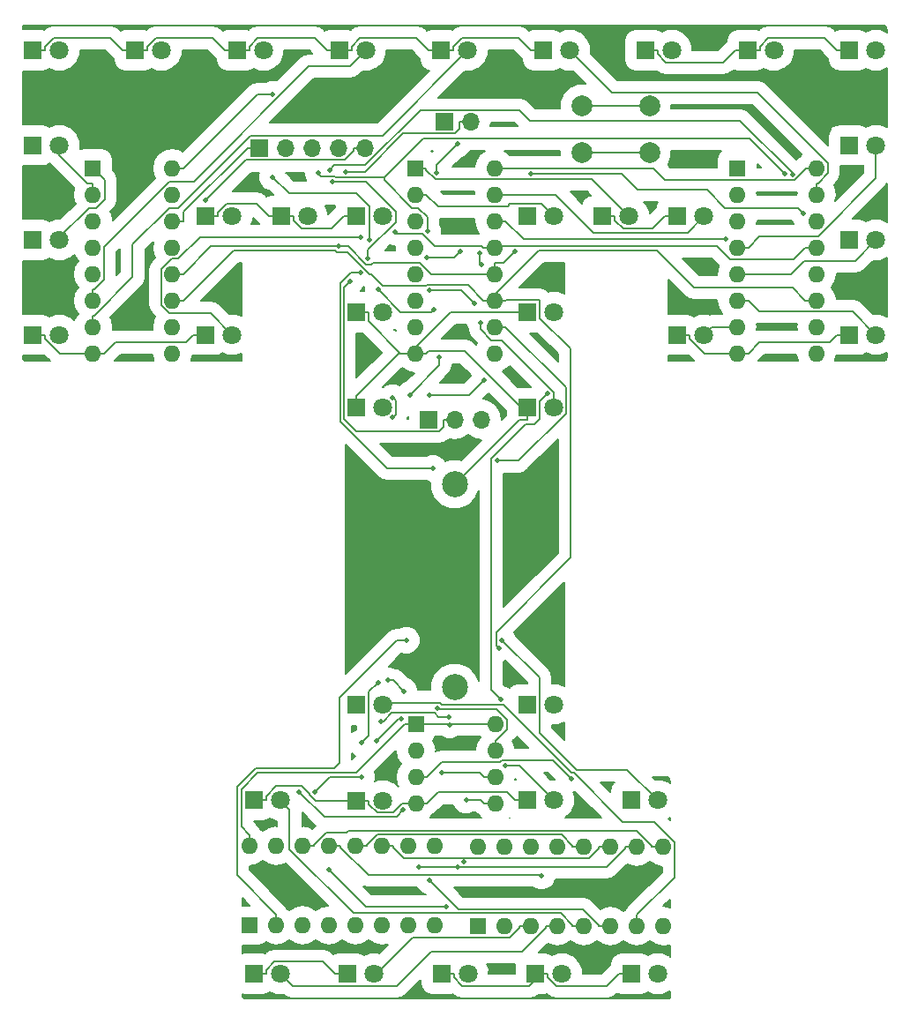
<source format=gbr>
G04 #@! TF.FileFunction,Copper,L2,Bot,Signal*
%FSLAX46Y46*%
G04 Gerber Fmt 4.6, Leading zero omitted, Abs format (unit mm)*
G04 Created by KiCad (PCBNEW 4.0.7) date 08/16/18 21:35:53*
%MOMM*%
%LPD*%
G01*
G04 APERTURE LIST*
%ADD10C,0.100000*%
%ADD11R,1.800000X1.800000*%
%ADD12C,1.800000*%
%ADD13R,1.700000X1.700000*%
%ADD14O,1.700000X1.700000*%
%ADD15R,1.600000X1.600000*%
%ADD16O,1.600000X1.600000*%
%ADD17C,2.000000*%
%ADD18C,2.500000*%
%ADD19C,0.500000*%
%ADD20C,0.200000*%
G04 APERTURE END LIST*
D10*
D11*
X130683000Y-85217000D03*
D12*
X133223000Y-85217000D03*
D11*
X130683000Y-76117000D03*
D12*
X133223000Y-76117000D03*
D11*
X130683000Y-67017000D03*
D12*
X133223000Y-67017000D03*
D11*
X130683000Y-57917000D03*
D12*
X133223000Y-57917000D03*
D11*
X150283000Y-57917000D03*
D12*
X152823000Y-57917000D03*
D11*
X160083000Y-57917000D03*
D12*
X162623000Y-57917000D03*
D11*
X169883000Y-57917000D03*
D12*
X172423000Y-57917000D03*
D11*
X179683000Y-57917000D03*
D12*
X182223000Y-57917000D03*
D11*
X189483000Y-57917000D03*
D12*
X192023000Y-57917000D03*
D11*
X199283000Y-57917000D03*
D12*
X201823000Y-57917000D03*
D11*
X209083000Y-57917000D03*
D12*
X211623000Y-57917000D03*
D11*
X209083000Y-76117000D03*
D12*
X211623000Y-76117000D03*
D11*
X209083000Y-85217000D03*
D12*
X211623000Y-85217000D03*
D11*
X192557000Y-85217000D03*
D12*
X195097000Y-85217000D03*
D11*
X192557000Y-73837800D03*
D12*
X195097000Y-73837800D03*
D11*
X185369000Y-73837800D03*
D12*
X187909000Y-73837800D03*
D11*
X178156000Y-73837800D03*
D12*
X180696000Y-73837800D03*
D11*
X178156000Y-83037800D03*
D12*
X180696000Y-83037800D03*
D11*
X178156000Y-120699000D03*
D12*
X180696000Y-120699000D03*
D11*
X178156000Y-129899000D03*
D12*
X180696000Y-129899000D03*
D11*
X188156000Y-129899000D03*
D12*
X190696000Y-129899000D03*
D11*
X188150000Y-146558000D03*
D12*
X190690000Y-146558000D03*
D11*
X178950000Y-146558000D03*
D12*
X181490000Y-146558000D03*
D11*
X169926000Y-146558000D03*
D12*
X172466000Y-146558000D03*
D11*
X160902000Y-146558000D03*
D12*
X163442000Y-146558000D03*
D11*
X151877000Y-129899000D03*
D12*
X154417000Y-129899000D03*
D11*
X161734000Y-129921000D03*
D12*
X164274000Y-129921000D03*
D11*
X161734000Y-120699000D03*
D12*
X164274000Y-120699000D03*
D13*
X168656000Y-93345000D03*
D14*
X171196000Y-93345000D03*
X173736000Y-93345000D03*
D15*
X167450000Y-122618000D03*
D16*
X175070000Y-130238000D03*
X167450000Y-125158000D03*
X175070000Y-127698000D03*
X167450000Y-127698000D03*
X175070000Y-125158000D03*
X167450000Y-130238000D03*
X175070000Y-122618000D03*
D11*
X140483000Y-57917000D03*
D12*
X143023000Y-57917000D03*
D11*
X209083000Y-67017000D03*
D12*
X211623000Y-67017000D03*
D11*
X178156000Y-92237800D03*
D12*
X180696000Y-92237800D03*
D11*
X151877000Y-146558000D03*
D12*
X154417000Y-146558000D03*
D11*
X161734000Y-92237800D03*
D12*
X164274000Y-92237800D03*
D11*
X161734000Y-83037800D03*
D12*
X164274000Y-83037800D03*
D11*
X161734000Y-73837800D03*
D12*
X164274000Y-73837800D03*
D11*
X154496000Y-73850500D03*
D12*
X157036000Y-73850500D03*
D11*
X147256000Y-73850500D03*
D12*
X149796000Y-73850500D03*
D11*
X147256000Y-85217000D03*
D12*
X149796000Y-85217000D03*
D17*
X183388000Y-67746000D03*
X183388000Y-63246000D03*
X189888000Y-67746000D03*
X189888000Y-63246000D03*
D18*
X171196000Y-99569000D03*
X171196000Y-119069000D03*
D13*
X152400000Y-67310000D03*
D14*
X154940000Y-67310000D03*
X157480000Y-67310000D03*
X160020000Y-67310000D03*
X162560000Y-67310000D03*
D13*
X170180000Y-64770000D03*
D14*
X172720000Y-64770000D03*
D15*
X198298000Y-69215000D03*
D16*
X205918000Y-86995000D03*
X198298000Y-71755000D03*
X205918000Y-84455000D03*
X198298000Y-74295000D03*
X205918000Y-81915000D03*
X198298000Y-76835000D03*
X205918000Y-79375000D03*
X198298000Y-79375000D03*
X205918000Y-76835000D03*
X198298000Y-81915000D03*
X205918000Y-74295000D03*
X198298000Y-84455000D03*
X205918000Y-71755000D03*
X198298000Y-86995000D03*
X205918000Y-69215000D03*
D15*
X167373000Y-69215000D03*
D16*
X174993000Y-86995000D03*
X167373000Y-71755000D03*
X174993000Y-84455000D03*
X167373000Y-74295000D03*
X174993000Y-81915000D03*
X167373000Y-76835000D03*
X174993000Y-79375000D03*
X167373000Y-79375000D03*
X174993000Y-76835000D03*
X167373000Y-81915000D03*
X174993000Y-74295000D03*
X167373000Y-84455000D03*
X174993000Y-71755000D03*
X167373000Y-86995000D03*
X174993000Y-69215000D03*
D15*
X136449000Y-69215000D03*
D16*
X144069000Y-86995000D03*
X136449000Y-71755000D03*
X144069000Y-84455000D03*
X136449000Y-74295000D03*
X144069000Y-81915000D03*
X136449000Y-76835000D03*
X144069000Y-79375000D03*
X136449000Y-79375000D03*
X144069000Y-76835000D03*
X136449000Y-81915000D03*
X144069000Y-74295000D03*
X136449000Y-84455000D03*
X144069000Y-71755000D03*
X136449000Y-86995000D03*
X144069000Y-69215000D03*
D15*
X173418000Y-142002000D03*
D16*
X191198000Y-134382000D03*
X175958000Y-142002000D03*
X188658000Y-134382000D03*
X178498000Y-142002000D03*
X186118000Y-134382000D03*
X181038000Y-142002000D03*
X183578000Y-134382000D03*
X183578000Y-142002000D03*
X181038000Y-134382000D03*
X186118000Y-142002000D03*
X178498000Y-134382000D03*
X188658000Y-142002000D03*
X175958000Y-134382000D03*
X191198000Y-142002000D03*
X173418000Y-134382000D03*
D15*
X151511000Y-141922000D03*
D16*
X169291000Y-134302000D03*
X154051000Y-141922000D03*
X166751000Y-134302000D03*
X156591000Y-141922000D03*
X164211000Y-134302000D03*
X159131000Y-141922000D03*
X161671000Y-134302000D03*
X161671000Y-141922000D03*
X159131000Y-134302000D03*
X164211000Y-141922000D03*
X156591000Y-134302000D03*
X166751000Y-141922000D03*
X154051000Y-134302000D03*
X169291000Y-141922000D03*
X151511000Y-134302000D03*
D19*
X173666400Y-84053000D03*
X176062600Y-126603700D03*
X175735200Y-114536700D03*
X168753300Y-137603200D03*
X159143800Y-69453300D03*
X203634700Y-69804800D03*
X172018200Y-135790700D03*
X175423100Y-115294800D03*
X204668700Y-73555900D03*
X178530100Y-69755100D03*
X176962200Y-77200600D03*
X160072000Y-76730500D03*
X179519200Y-137194900D03*
X165427700Y-75348300D03*
X147277700Y-72325100D03*
X170716100Y-122673200D03*
X153721600Y-62116900D03*
X197232100Y-76045100D03*
X157762900Y-129072600D03*
X162237800Y-127662900D03*
X162225500Y-124378700D03*
X163842400Y-118574600D03*
X156223800Y-129079400D03*
X166244100Y-130847500D03*
X163634500Y-124189500D03*
X166049800Y-122071900D03*
X166304000Y-119431900D03*
X164771900Y-118399600D03*
X165237400Y-93160000D03*
X165237400Y-91247000D03*
X166538400Y-114536700D03*
X159109300Y-136556900D03*
X170324300Y-140126000D03*
X164094200Y-122334000D03*
X170589900Y-121923700D03*
X168735900Y-90985000D03*
X174015600Y-89549700D03*
X171476000Y-66903500D03*
X169445100Y-69645100D03*
X171700100Y-77214300D03*
X168496200Y-77797300D03*
X173034300Y-82240100D03*
X168711100Y-80967000D03*
X162175400Y-75821600D03*
X160734100Y-69582600D03*
X161143800Y-80089700D03*
X182383300Y-127803200D03*
X167726100Y-136270600D03*
X171476600Y-136270600D03*
X175249500Y-97313200D03*
X168581400Y-75266700D03*
X202831400Y-69734100D03*
X158066700Y-69682900D03*
X159428600Y-70519500D03*
X162826700Y-77900900D03*
X162138200Y-79250300D03*
X169113500Y-98041800D03*
X169508400Y-121057500D03*
X153710500Y-70105300D03*
X162991600Y-76136000D03*
X163825500Y-80892600D03*
X169159700Y-82766200D03*
X169721300Y-87349100D03*
X166874100Y-90985900D03*
X169950900Y-127256400D03*
X173542400Y-77390700D03*
X173715300Y-78451400D03*
X180054300Y-90859900D03*
X175627400Y-120206100D03*
X172268900Y-129886300D03*
D20*
X133223000Y-75880400D02*
X133223000Y-76117000D01*
X136078400Y-73025000D02*
X133223000Y-75880400D01*
X136778000Y-73025000D02*
X136078400Y-73025000D01*
X137554700Y-72248300D02*
X136778000Y-73025000D01*
X137554700Y-70320700D02*
X137554700Y-72248300D01*
X136449000Y-69215000D02*
X137554700Y-70320700D01*
X133223000Y-67988900D02*
X133223000Y-67017000D01*
X135908800Y-70674700D02*
X133223000Y-67988900D01*
X136449000Y-70674700D02*
X135908800Y-70674700D01*
X136449000Y-71755000D02*
X136449000Y-70674700D01*
X136449000Y-81915000D02*
X136449000Y-80834700D01*
X161109700Y-59430300D02*
X162623000Y-57917000D01*
X157158100Y-59430300D02*
X161109700Y-59430300D01*
X146103400Y-70485000D02*
X157158100Y-59430300D01*
X143804200Y-70485000D02*
X146103400Y-70485000D01*
X137529300Y-76759900D02*
X143804200Y-70485000D01*
X137529300Y-79889600D02*
X137529300Y-76759900D01*
X136584200Y-80834700D02*
X137529300Y-79889600D01*
X136449000Y-80834700D02*
X136584200Y-80834700D01*
X136560900Y-83374700D02*
X136449000Y-83374700D01*
X140259000Y-79676600D02*
X136560900Y-83374700D01*
X140259000Y-76549900D02*
X140259000Y-79676600D01*
X143783900Y-73025000D02*
X140259000Y-76549900D01*
X144579200Y-73025000D02*
X143783900Y-73025000D01*
X151521900Y-66082300D02*
X144579200Y-73025000D01*
X164257700Y-66082300D02*
X151521900Y-66082300D01*
X172423000Y-57917000D02*
X164257700Y-66082300D01*
X136449000Y-84455000D02*
X136449000Y-83374700D01*
X186271600Y-61965600D02*
X182223000Y-57917000D01*
X200267000Y-61965600D02*
X186271600Y-61965600D01*
X207031200Y-68729800D02*
X200267000Y-61965600D01*
X207031200Y-69696500D02*
X207031200Y-68729800D01*
X206053000Y-70674700D02*
X207031200Y-69696500D01*
X205918000Y-70674700D02*
X206053000Y-70674700D01*
X205918000Y-71755000D02*
X205918000Y-70674700D01*
X211623000Y-70207400D02*
X211623000Y-67017000D01*
X206075700Y-75754700D02*
X211623000Y-70207400D01*
X200458600Y-75754700D02*
X206075700Y-75754700D01*
X199378300Y-76835000D02*
X200458600Y-75754700D01*
X198298000Y-76835000D02*
X199378300Y-76835000D01*
X209635000Y-78105000D02*
X211623000Y-76117000D01*
X204692500Y-78105000D02*
X209635000Y-78105000D01*
X203422500Y-79375000D02*
X204692500Y-78105000D01*
X198298000Y-79375000D02*
X203422500Y-79375000D01*
X209401300Y-82995300D02*
X211623000Y-85217000D01*
X200458600Y-82995300D02*
X209401300Y-82995300D01*
X199378300Y-81915000D02*
X200458600Y-82995300D01*
X198298000Y-81915000D02*
X199378300Y-81915000D01*
X195859000Y-84455000D02*
X195097000Y-85217000D01*
X198298000Y-84455000D02*
X195859000Y-84455000D01*
X180836300Y-71755000D02*
X174993000Y-71755000D01*
X184482500Y-75401200D02*
X180836300Y-71755000D01*
X193533600Y-75401200D02*
X184482500Y-75401200D01*
X195097000Y-73837800D02*
X193533600Y-75401200D01*
X167373000Y-69215000D02*
X168453300Y-69215000D01*
X184366500Y-70295300D02*
X187909000Y-73837800D01*
X169345400Y-70295300D02*
X184366500Y-70295300D01*
X168453300Y-69403200D02*
X169345400Y-70295300D01*
X168453300Y-69215000D02*
X168453300Y-69403200D01*
X167373000Y-71755000D02*
X168453300Y-71755000D01*
X169577000Y-72878700D02*
X168453300Y-71755000D01*
X176245900Y-72878700D02*
X169577000Y-72878700D01*
X176467200Y-72657400D02*
X176245900Y-72878700D01*
X179515600Y-72657400D02*
X176467200Y-72657400D01*
X180696000Y-73837800D02*
X179515600Y-72657400D01*
X173666400Y-84674500D02*
X173666400Y-84053000D01*
X174716900Y-85725000D02*
X173666400Y-84674500D01*
X175669400Y-85725000D02*
X174716900Y-85725000D01*
X180696000Y-90751600D02*
X175669400Y-85725000D01*
X180696000Y-92237800D02*
X180696000Y-90751600D01*
X177400700Y-126603700D02*
X176062600Y-126603700D01*
X180696000Y-129899000D02*
X177400700Y-126603700D01*
X179336400Y-118137900D02*
X175735200Y-114536700D01*
X179336400Y-123432000D02*
X179336400Y-118137900D01*
X182862100Y-126957700D02*
X179336400Y-123432000D01*
X187754700Y-126957700D02*
X182862100Y-126957700D01*
X190696000Y-129899000D02*
X187754700Y-126957700D01*
X178498000Y-142002000D02*
X177417700Y-142002000D01*
X177417700Y-142137200D02*
X177417700Y-142002000D01*
X176472600Y-143082300D02*
X177417700Y-142137200D01*
X167128900Y-143082300D02*
X176472600Y-143082300D01*
X163653200Y-146558000D02*
X167128900Y-143082300D01*
X163442000Y-146558000D02*
X163653200Y-146558000D01*
X155597400Y-147738400D02*
X154417000Y-146558000D01*
X165610100Y-147738400D02*
X155597400Y-147738400D01*
X168928400Y-144420100D02*
X165610100Y-147738400D01*
X177674600Y-144420100D02*
X168928400Y-144420100D01*
X179957700Y-142137000D02*
X177674600Y-144420100D01*
X179957700Y-142002000D02*
X179957700Y-142137000D01*
X181038000Y-142002000D02*
X179957700Y-142002000D01*
X183578000Y-142002000D02*
X182497700Y-142002000D01*
X155321000Y-130803000D02*
X154417000Y-129899000D01*
X155321000Y-134608200D02*
X155321000Y-130803000D01*
X161447600Y-140734800D02*
X155321000Y-134608200D01*
X181342400Y-140734800D02*
X161447600Y-140734800D01*
X182497700Y-141890100D02*
X181342400Y-140734800D01*
X182497700Y-142002000D02*
X182497700Y-141890100D01*
X185037700Y-141890100D02*
X185037700Y-142002000D01*
X183502000Y-140354400D02*
X185037700Y-141890100D01*
X171504500Y-140354400D02*
X183502000Y-140354400D01*
X168753300Y-137603200D02*
X171504500Y-140354400D01*
X186118000Y-142002000D02*
X185037700Y-142002000D01*
X188658000Y-142002000D02*
X188658000Y-140921700D01*
X164445800Y-120527200D02*
X164274000Y-120699000D01*
X169728100Y-120527200D02*
X164445800Y-120527200D01*
X169937300Y-120736400D02*
X169728100Y-120527200D01*
X175830400Y-120736400D02*
X169937300Y-120736400D01*
X182366900Y-127272900D02*
X175830400Y-120736400D01*
X182603000Y-127272900D02*
X182366900Y-127272900D01*
X187290300Y-131960200D02*
X182603000Y-127272900D01*
X190336300Y-131960200D02*
X187290300Y-131960200D01*
X192292200Y-133916100D02*
X190336300Y-131960200D01*
X192292200Y-137287500D02*
X192292200Y-133916100D01*
X188658000Y-140921700D02*
X192292200Y-137287500D01*
X203634700Y-69703600D02*
X203634700Y-69804800D01*
X198592300Y-64661200D02*
X203634700Y-69703600D01*
X178427500Y-64661200D02*
X198592300Y-64661200D01*
X177405100Y-63638800D02*
X178427500Y-64661200D01*
X167864400Y-63638800D02*
X177405100Y-63638800D01*
X162547400Y-68955800D02*
X167864400Y-63638800D01*
X159641300Y-68955800D02*
X162547400Y-68955800D01*
X159143800Y-69453300D02*
X159641300Y-68955800D01*
X144069000Y-81915000D02*
X145149300Y-81915000D01*
X164211000Y-134302000D02*
X165291300Y-134302000D01*
X186118000Y-134382000D02*
X185037700Y-134382000D01*
X174993000Y-81915000D02*
X174452900Y-81915000D01*
X174452900Y-81915000D02*
X173912700Y-81915000D01*
X203614900Y-80692200D02*
X204837700Y-81915000D01*
X194156400Y-80692200D02*
X203614900Y-80692200D01*
X190600200Y-77136000D02*
X194156400Y-80692200D01*
X179231900Y-77136000D02*
X190600200Y-77136000D01*
X174452900Y-81915000D02*
X179231900Y-77136000D01*
X205918000Y-81915000D02*
X204837700Y-81915000D01*
X176131100Y-81857200D02*
X176073300Y-81915000D01*
X179257000Y-81857200D02*
X176131100Y-81857200D01*
X179366400Y-81966600D02*
X179257000Y-81857200D01*
X179366400Y-83606400D02*
X179366400Y-81966600D01*
X182303700Y-86543700D02*
X179366400Y-83606400D01*
X182303700Y-106627600D02*
X182303700Y-86543700D01*
X175174000Y-113757300D02*
X182303700Y-106627600D01*
X175174000Y-115045700D02*
X175174000Y-113757300D01*
X175423100Y-115294800D02*
X175174000Y-115045700D01*
X174993000Y-81915000D02*
X176073300Y-81915000D01*
X172018200Y-135468400D02*
X172018200Y-135790700D01*
X166322700Y-135468400D02*
X172018200Y-135468400D01*
X165291300Y-134437000D02*
X166322700Y-135468400D01*
X165291300Y-134302000D02*
X165291300Y-134437000D01*
X185037700Y-134493900D02*
X185037700Y-134382000D01*
X184063200Y-135468400D02*
X185037700Y-134493900D01*
X172018200Y-135468400D02*
X184063200Y-135468400D01*
X172434400Y-80436700D02*
X173912700Y-81915000D01*
X168491500Y-80436700D02*
X172434400Y-80436700D01*
X168421600Y-80506600D02*
X168491500Y-80436700D01*
X164281800Y-80506600D02*
X168421600Y-80506600D01*
X163155300Y-79380100D02*
X164281800Y-80506600D01*
X163018000Y-79380100D02*
X163155300Y-79380100D01*
X160898700Y-77260800D02*
X163018000Y-79380100D01*
X159852400Y-77260800D02*
X160898700Y-77260800D01*
X159718700Y-77127100D02*
X159852400Y-77260800D01*
X149937200Y-77127100D02*
X159718700Y-77127100D01*
X145149300Y-81915000D02*
X149937200Y-77127100D01*
X182497700Y-134270100D02*
X182497700Y-134382000D01*
X181420600Y-133193000D02*
X182497700Y-134270100D01*
X163725300Y-133193000D02*
X181420600Y-133193000D01*
X162751300Y-134167000D02*
X163725300Y-133193000D01*
X162751300Y-134302000D02*
X162751300Y-134167000D01*
X161671000Y-134302000D02*
X162751300Y-134302000D01*
X183578000Y-134382000D02*
X182497700Y-134382000D01*
X187206600Y-69755100D02*
X178530100Y-69755100D01*
X188708800Y-71257300D02*
X187206600Y-69755100D01*
X195388100Y-71257300D02*
X188708800Y-71257300D01*
X197155800Y-73025000D02*
X195388100Y-71257300D01*
X204137800Y-73025000D02*
X197155800Y-73025000D01*
X204668700Y-73555900D02*
X204137800Y-73025000D01*
X175868100Y-78294700D02*
X174993000Y-78294700D01*
X176962200Y-77200600D02*
X175868100Y-78294700D01*
X174993000Y-79375000D02*
X174993000Y-78294700D01*
X144069000Y-79375000D02*
X145149300Y-79375000D01*
X160072000Y-76744600D02*
X160072000Y-76730500D01*
X147779700Y-76744600D02*
X160072000Y-76744600D01*
X145149300Y-79375000D02*
X147779700Y-76744600D01*
X168900900Y-79375000D02*
X174993000Y-79375000D01*
X167812300Y-78286400D02*
X168900900Y-79375000D01*
X163365300Y-78286400D02*
X167812300Y-78286400D01*
X163179000Y-78472700D02*
X163365300Y-78286400D01*
X162648500Y-78472700D02*
X163179000Y-78472700D01*
X160920400Y-76744600D02*
X162648500Y-78472700D01*
X160072000Y-76744600D02*
X160920400Y-76744600D01*
X159131000Y-134302000D02*
X160211300Y-134302000D01*
X160211300Y-134413900D02*
X160211300Y-134302000D01*
X162870300Y-137072900D02*
X160211300Y-134413900D01*
X179397200Y-137072900D02*
X162870300Y-137072900D01*
X179519200Y-137194900D02*
X179397200Y-137072900D01*
X174993000Y-76835000D02*
X174452900Y-76835000D01*
X174452900Y-76835000D02*
X173912700Y-76835000D01*
X205918000Y-76835000D02*
X204837700Y-76835000D01*
X174617600Y-76670300D02*
X174452900Y-76835000D01*
X196353100Y-76670300D02*
X174617600Y-76670300D01*
X197621400Y-77938600D02*
X196353100Y-76670300D01*
X203734100Y-77938600D02*
X197621400Y-77938600D01*
X204837700Y-76835000D02*
X203734100Y-77938600D01*
X165627100Y-75547700D02*
X165427700Y-75348300D01*
X168112500Y-75547700D02*
X165627100Y-75547700D01*
X169248800Y-76684000D02*
X168112500Y-75547700D01*
X173761700Y-76684000D02*
X169248800Y-76684000D01*
X173912700Y-76835000D02*
X173761700Y-76684000D01*
X161429700Y-67592700D02*
X161429700Y-67310000D01*
X160582100Y-68440300D02*
X161429700Y-67592700D01*
X151162500Y-68440300D02*
X160582100Y-68440300D01*
X147277700Y-72325100D02*
X151162500Y-68440300D01*
X162560000Y-67310000D02*
X161429700Y-67310000D01*
X205918000Y-69215000D02*
X204837700Y-69215000D01*
X151511000Y-134302000D02*
X151511000Y-133221700D01*
X167450000Y-122618000D02*
X166369700Y-122618000D01*
X175070000Y-122618000D02*
X173989700Y-122618000D01*
X167450000Y-122618000D02*
X168530300Y-122618000D01*
X170716100Y-122618000D02*
X170716100Y-122673200D01*
X173989700Y-122618000D02*
X170716100Y-122618000D01*
X170716100Y-122618000D02*
X168530300Y-122618000D01*
X152247400Y-62116900D02*
X153721600Y-62116900D01*
X145149300Y-69215000D02*
X152247400Y-62116900D01*
X144069000Y-69215000D02*
X145149300Y-69215000D01*
X150696600Y-132407300D02*
X151511000Y-133221700D01*
X150696600Y-128817400D02*
X150696600Y-132407300D01*
X152241100Y-127272900D02*
X150696600Y-128817400D01*
X161714800Y-127272900D02*
X152241100Y-127272900D01*
X166369700Y-122618000D02*
X161714800Y-127272900D01*
X204837700Y-69351800D02*
X204837700Y-69215000D01*
X203823300Y-70366200D02*
X204837700Y-69351800D01*
X191377900Y-70366200D02*
X203823300Y-70366200D01*
X190226700Y-69215000D02*
X191377900Y-70366200D01*
X174993000Y-69215000D02*
X190226700Y-69215000D01*
X177823400Y-76045100D02*
X176073300Y-74295000D01*
X197232100Y-76045100D02*
X177823400Y-76045100D01*
X174993000Y-74295000D02*
X176073300Y-74295000D01*
X191198000Y-134382000D02*
X190117700Y-134382000D01*
X156591000Y-134302000D02*
X157671300Y-134302000D01*
X190117700Y-134247000D02*
X190117700Y-134382000D01*
X188676300Y-132805600D02*
X190117700Y-134247000D01*
X160976100Y-132805600D02*
X188676300Y-132805600D01*
X160755800Y-133025900D02*
X160976100Y-132805600D01*
X158835500Y-133025900D02*
X160755800Y-133025900D01*
X157671300Y-134190100D02*
X158835500Y-133025900D01*
X157671300Y-134302000D02*
X157671300Y-134190100D01*
X159172600Y-127662900D02*
X162237800Y-127662900D01*
X157762900Y-129072600D02*
X159172600Y-127662900D01*
X162914400Y-119502600D02*
X163842400Y-118574600D01*
X162914400Y-123689800D02*
X162914400Y-119502600D01*
X162225500Y-124378700D02*
X162914400Y-123689800D01*
X165602400Y-131489200D02*
X166244100Y-130847500D01*
X158633600Y-131489200D02*
X165602400Y-131489200D01*
X156223800Y-129079400D02*
X158633600Y-131489200D01*
X165752100Y-122071900D02*
X166049800Y-122071900D01*
X163634500Y-124189500D02*
X165752100Y-122071900D01*
X165271700Y-118399600D02*
X164771900Y-118399600D01*
X166304000Y-119431900D02*
X165271700Y-118399600D01*
X165524900Y-91534500D02*
X165237400Y-91247000D01*
X165524900Y-92872500D02*
X165524900Y-91534500D01*
X165237400Y-93160000D02*
X165524900Y-92872500D01*
X165652500Y-114536700D02*
X166538400Y-114536700D01*
X160122400Y-120066800D02*
X165652500Y-114536700D01*
X160122400Y-126304700D02*
X160122400Y-120066800D01*
X159589700Y-126837400D02*
X160122400Y-126304700D01*
X152088500Y-126837400D02*
X159589700Y-126837400D01*
X150310700Y-128615200D02*
X152088500Y-126837400D01*
X150310700Y-137101400D02*
X150310700Y-128615200D01*
X154051000Y-140841700D02*
X150310700Y-137101400D01*
X154051000Y-141922000D02*
X154051000Y-140841700D01*
X162678400Y-140126000D02*
X170324300Y-140126000D01*
X159109300Y-136556900D02*
X162678400Y-140126000D01*
X172580300Y-90985000D02*
X174015600Y-89549700D01*
X168735900Y-90985000D02*
X172580300Y-90985000D01*
X169445100Y-68934400D02*
X169445100Y-69645100D01*
X171476000Y-66903500D02*
X169445100Y-68934400D01*
X171117100Y-77797300D02*
X168496200Y-77797300D01*
X171700100Y-77214300D02*
X171117100Y-77797300D01*
X171761200Y-80967000D02*
X168711100Y-80967000D01*
X173034300Y-82240100D02*
X171761200Y-80967000D01*
X169624700Y-121923700D02*
X170589900Y-121923700D01*
X169226900Y-121525900D02*
X169624700Y-121923700D01*
X165116400Y-121525900D02*
X169226900Y-121525900D01*
X164308300Y-122334000D02*
X165116400Y-121525900D01*
X164094200Y-122334000D02*
X164308300Y-122334000D01*
X147714100Y-83135100D02*
X149796000Y-85217000D01*
X143739200Y-83135100D02*
X147714100Y-83135100D01*
X142980900Y-82376800D02*
X143739200Y-83135100D01*
X142980900Y-78935100D02*
X142980900Y-82376800D01*
X144000600Y-77915400D02*
X142980900Y-78935100D01*
X144661000Y-77915400D02*
X144000600Y-77915400D01*
X146754800Y-75821600D02*
X144661000Y-77915400D01*
X162175400Y-75821600D02*
X146754800Y-75821600D01*
X162547900Y-69582600D02*
X160734100Y-69582600D01*
X166230200Y-65900300D02*
X162547900Y-69582600D01*
X171165900Y-65900300D02*
X166230200Y-65900300D01*
X171589700Y-65476500D02*
X171165900Y-65900300D01*
X171589700Y-64770000D02*
X171589700Y-65476500D01*
X170065700Y-94061600D02*
X170065700Y-93345000D01*
X169645200Y-94482100D02*
X170065700Y-94061600D01*
X161736000Y-94482100D02*
X169645200Y-94482100D01*
X160553600Y-93299700D02*
X161736000Y-94482100D01*
X160553600Y-80679900D02*
X160553600Y-93299700D01*
X161143800Y-80089700D02*
X160553600Y-80679900D01*
X171196000Y-93345000D02*
X170065700Y-93345000D01*
X172720000Y-64770000D02*
X171589700Y-64770000D01*
X189888000Y-67746000D02*
X183388000Y-67746000D01*
X167450000Y-127698000D02*
X168530300Y-127698000D01*
X169967700Y-126260600D02*
X168530300Y-127698000D01*
X175510000Y-126260600D02*
X169967700Y-126260600D01*
X175720800Y-126049800D02*
X175510000Y-126260600D01*
X180605900Y-126049800D02*
X175720800Y-126049800D01*
X182359300Y-127803200D02*
X180605900Y-126049800D01*
X182383300Y-127803200D02*
X182359300Y-127803200D01*
X161734000Y-83037800D02*
X162914300Y-83037800D01*
X192557000Y-85217000D02*
X193737300Y-85217000D01*
X177346900Y-93418100D02*
X178156000Y-93418100D01*
X171196000Y-99569000D02*
X177346900Y-93418100D01*
X183388000Y-63246000D02*
X189888000Y-63246000D01*
X167373000Y-86995000D02*
X166832900Y-86995000D01*
X166832900Y-86995000D02*
X166292700Y-86995000D01*
X158541400Y-145377700D02*
X159721700Y-146558000D01*
X153868800Y-145377700D02*
X158541400Y-145377700D01*
X153057300Y-146189200D02*
X153868800Y-145377700D01*
X153057300Y-146558000D02*
X153057300Y-146189200D01*
X151877000Y-146558000D02*
X153057300Y-146558000D01*
X160902000Y-146558000D02*
X159721700Y-146558000D01*
X178156000Y-92237800D02*
X178156000Y-92827900D01*
X178156000Y-92827900D02*
X178156000Y-93418100D01*
X147922400Y-56736700D02*
X149102700Y-57917000D01*
X142474800Y-56736700D02*
X147922400Y-56736700D01*
X141663300Y-57548200D02*
X142474800Y-56736700D01*
X141663300Y-57917000D02*
X141663300Y-57548200D01*
X166909900Y-130238000D02*
X166369700Y-130238000D01*
X166909900Y-130238000D02*
X167450000Y-130238000D01*
X167450000Y-130238000D02*
X168530300Y-130238000D01*
X178156000Y-129899000D02*
X176975700Y-129899000D01*
X185789400Y-147738300D02*
X186969700Y-146558000D01*
X180941800Y-147738300D02*
X185789400Y-147738300D01*
X180130300Y-146926800D02*
X180941800Y-147738300D01*
X180130300Y-146558000D02*
X180130300Y-146926800D01*
X188150000Y-146558000D02*
X186969700Y-146558000D01*
X178950000Y-146558000D02*
X179540200Y-146558000D01*
X179540200Y-146558000D02*
X180130300Y-146558000D01*
X171106300Y-146926900D02*
X171106300Y-146558000D01*
X171917700Y-147738300D02*
X171106300Y-146926900D01*
X178359900Y-147738300D02*
X171917700Y-147738300D01*
X179540200Y-146558000D02*
X178359900Y-147738300D01*
X169926000Y-146558000D02*
X171106300Y-146558000D01*
X190196400Y-75018100D02*
X191376700Y-73837800D01*
X187360800Y-75018100D02*
X190196400Y-75018100D01*
X186549300Y-74206600D02*
X187360800Y-75018100D01*
X186549300Y-73837800D02*
X186549300Y-74206600D01*
X185369000Y-73837800D02*
X186549300Y-73837800D01*
X192557000Y-73837800D02*
X191376700Y-73837800D01*
X209083000Y-85217000D02*
X207902700Y-85217000D01*
X193737300Y-85585800D02*
X193737300Y-85217000D01*
X195146500Y-86995000D02*
X193737300Y-85585800D01*
X198298000Y-86995000D02*
X195146500Y-86995000D01*
X207205000Y-85914700D02*
X207902700Y-85217000D01*
X200458600Y-85914700D02*
X207205000Y-85914700D01*
X199378300Y-86995000D02*
X200458600Y-85914700D01*
X198298000Y-86995000D02*
X199378300Y-86995000D01*
X200463300Y-57548100D02*
X200463300Y-57917000D01*
X201274700Y-56736700D02*
X200463300Y-57548100D01*
X206722400Y-56736700D02*
X201274700Y-56736700D01*
X207902700Y-57917000D02*
X206722400Y-56736700D01*
X209083000Y-57917000D02*
X207902700Y-57917000D01*
X199853000Y-57917000D02*
X200463300Y-57917000D01*
X199853000Y-57917000D02*
X199283000Y-57917000D01*
X190663300Y-58285900D02*
X190663300Y-57917000D01*
X191474700Y-59097300D02*
X190663300Y-58285900D01*
X196922400Y-59097300D02*
X191474700Y-59097300D01*
X198102700Y-57917000D02*
X196922400Y-59097300D01*
X199283000Y-57917000D02*
X198102700Y-57917000D01*
X189483000Y-57917000D02*
X190663300Y-57917000D01*
X171063300Y-57548100D02*
X171063300Y-57917000D01*
X171874700Y-56736700D02*
X171063300Y-57548100D01*
X177322400Y-56736700D02*
X171874700Y-56736700D01*
X178502700Y-57917000D02*
X177322400Y-56736700D01*
X179683000Y-57917000D02*
X178502700Y-57917000D01*
X170453000Y-57917000D02*
X171063300Y-57917000D01*
X170453000Y-57917000D02*
X169883000Y-57917000D01*
X161263300Y-57548100D02*
X161263300Y-57917000D01*
X162074700Y-56736700D02*
X161263300Y-57548100D01*
X167522400Y-56736700D02*
X162074700Y-56736700D01*
X168702700Y-57917000D02*
X167522400Y-56736700D01*
X169883000Y-57917000D02*
X168702700Y-57917000D01*
X160673200Y-57917000D02*
X161263300Y-57917000D01*
X160673200Y-57917000D02*
X160083000Y-57917000D01*
X141053000Y-57917000D02*
X141663300Y-57917000D01*
X141053000Y-57917000D02*
X140483000Y-57917000D01*
X131863300Y-57548100D02*
X131863300Y-57917000D01*
X132674700Y-56736700D02*
X131863300Y-57548100D01*
X138122400Y-56736700D02*
X132674700Y-56736700D01*
X139302700Y-57917000D02*
X138122400Y-56736700D01*
X140483000Y-57917000D02*
X139302700Y-57917000D01*
X130683000Y-57917000D02*
X131863300Y-57917000D01*
X169625700Y-129142600D02*
X168530300Y-130238000D01*
X176219300Y-129142600D02*
X169625700Y-129142600D01*
X176975700Y-129899000D02*
X176219300Y-129142600D01*
X170790100Y-83037800D02*
X178156000Y-83037800D01*
X166832900Y-86995000D02*
X170790100Y-83037800D01*
X167373000Y-86995000D02*
X168453300Y-86995000D01*
X161734000Y-92237800D02*
X161734000Y-91057500D01*
X165883700Y-86907800D02*
X161734000Y-91057500D01*
X165970800Y-86995000D02*
X165883700Y-86907800D01*
X166292700Y-86995000D02*
X165970800Y-86995000D01*
X162914300Y-83938500D02*
X162914300Y-83037800D01*
X165883700Y-86907800D02*
X162914300Y-83938500D01*
X130683000Y-85217000D02*
X131863300Y-85217000D01*
X147256000Y-85217000D02*
X146075700Y-85217000D01*
X131863300Y-85585800D02*
X131863300Y-85217000D01*
X133272500Y-86995000D02*
X131863300Y-85585800D01*
X136449000Y-86995000D02*
X133272500Y-86995000D01*
X145378000Y-85914700D02*
X146075700Y-85217000D01*
X138609600Y-85914700D02*
X145378000Y-85914700D01*
X137529300Y-86995000D02*
X138609600Y-85914700D01*
X136449000Y-86995000D02*
X137529300Y-86995000D01*
X155676300Y-74219400D02*
X155676300Y-73850500D01*
X156487700Y-75030800D02*
X155676300Y-74219400D01*
X159360700Y-75030800D02*
X156487700Y-75030800D01*
X160553700Y-73837800D02*
X159360700Y-75030800D01*
X154496000Y-73850500D02*
X155676300Y-73850500D01*
X152135400Y-72670200D02*
X153315700Y-73850500D01*
X149247800Y-72670200D02*
X152135400Y-72670200D01*
X148436300Y-73481700D02*
X149247800Y-72670200D01*
X148436300Y-73850500D02*
X148436300Y-73481700D01*
X147256000Y-73850500D02*
X148436300Y-73850500D01*
X154496000Y-73850500D02*
X153315700Y-73850500D01*
X168629500Y-86818800D02*
X168453300Y-86995000D01*
X172146900Y-86818800D02*
X168629500Y-86818800D01*
X178156000Y-92827900D02*
X172146900Y-86818800D01*
X162914300Y-130289900D02*
X162914300Y-129921000D01*
X163725700Y-131101300D02*
X162914300Y-130289900D01*
X165240500Y-131101300D02*
X163725700Y-131101300D01*
X166103800Y-130238000D02*
X165240500Y-131101300D01*
X166369700Y-130238000D02*
X166103800Y-130238000D01*
X161734000Y-73837800D02*
X160553700Y-73837800D01*
X149692900Y-57917000D02*
X149102700Y-57917000D01*
X149692900Y-57917000D02*
X150283000Y-57917000D01*
X157722400Y-56736700D02*
X158902700Y-57917000D01*
X152274800Y-56736700D02*
X157722400Y-56736700D01*
X151463300Y-57548200D02*
X152274800Y-56736700D01*
X151463300Y-57917000D02*
X151463300Y-57548200D01*
X150283000Y-57917000D02*
X151463300Y-57917000D01*
X160083000Y-57917000D02*
X158902700Y-57917000D01*
X162324200Y-129921000D02*
X162914300Y-129921000D01*
X162324200Y-129921000D02*
X161734000Y-129921000D01*
X153057300Y-129530200D02*
X153057300Y-129899000D01*
X154050800Y-128536700D02*
X153057300Y-129530200D01*
X156495800Y-128536700D02*
X154050800Y-128536700D01*
X157232500Y-129273400D02*
X156495800Y-128536700D01*
X157232500Y-129347500D02*
X157232500Y-129273400D01*
X157806000Y-129921000D02*
X157232500Y-129347500D01*
X161734000Y-129921000D02*
X157806000Y-129921000D01*
X151877000Y-129899000D02*
X153057300Y-129899000D01*
X144069000Y-74295000D02*
X145149300Y-74295000D01*
X152400000Y-67310000D02*
X151269700Y-67310000D01*
X145149300Y-73430400D02*
X145149300Y-74295000D01*
X151269700Y-67310000D02*
X145149300Y-73430400D01*
X188658000Y-134382000D02*
X187577700Y-134382000D01*
X171476600Y-136270600D02*
X167726100Y-136270600D01*
X174993000Y-84455000D02*
X176073300Y-84455000D01*
X181879000Y-90260700D02*
X176073300Y-84455000D01*
X181879000Y-92748600D02*
X181879000Y-90260700D01*
X177314400Y-97313200D02*
X181879000Y-92748600D01*
X175249500Y-97313200D02*
X177314400Y-97313200D01*
X187577700Y-134493900D02*
X187577700Y-134382000D01*
X185750600Y-136321000D02*
X187577700Y-134493900D01*
X171527000Y-136321000D02*
X185750600Y-136321000D01*
X171476600Y-136270600D02*
X171527000Y-136321000D01*
X168581400Y-73948200D02*
X168581400Y-75266700D01*
X167658200Y-73025000D02*
X168581400Y-73948200D01*
X167061700Y-73025000D02*
X167658200Y-73025000D01*
X164400000Y-70363300D02*
X167061700Y-73025000D01*
X164400000Y-70113000D02*
X164400000Y-70363300D01*
X168139800Y-66373200D02*
X164400000Y-70113000D01*
X199470500Y-66373200D02*
X168139800Y-66373200D01*
X202831400Y-69734100D02*
X199470500Y-66373200D01*
X158373000Y-69989200D02*
X158066700Y-69682900D01*
X159648300Y-69989200D02*
X158373000Y-69989200D01*
X159772100Y-70113000D02*
X159648300Y-69989200D01*
X164400000Y-70113000D02*
X159772100Y-70113000D01*
X162826700Y-77076800D02*
X162826700Y-77900900D01*
X165499800Y-74403700D02*
X162826700Y-77076800D01*
X165499800Y-73391700D02*
X165499800Y-74403700D01*
X162627600Y-70519500D02*
X165499800Y-73391700D01*
X159428600Y-70519500D02*
X162627600Y-70519500D01*
X164697800Y-98041800D02*
X169113500Y-98041800D01*
X160171800Y-93515800D02*
X164697800Y-98041800D01*
X160171800Y-80268500D02*
X160171800Y-93515800D01*
X161190000Y-79250300D02*
X160171800Y-80268500D01*
X162138200Y-79250300D02*
X161190000Y-79250300D01*
X169596400Y-121145500D02*
X169508400Y-121057500D01*
X175170500Y-121145500D02*
X169596400Y-121145500D01*
X176182100Y-122157100D02*
X175170500Y-121145500D01*
X176182100Y-123100600D02*
X176182100Y-122157100D01*
X175205000Y-124077700D02*
X176182100Y-123100600D01*
X175070000Y-124077700D02*
X175205000Y-124077700D01*
X175070000Y-125158000D02*
X175070000Y-124077700D01*
X162991600Y-72886100D02*
X162991600Y-76136000D01*
X161748200Y-71642700D02*
X162991600Y-72886100D01*
X155247900Y-71642700D02*
X161748200Y-71642700D01*
X153710500Y-70105300D02*
X155247900Y-71642700D01*
X168883100Y-83042800D02*
X169159700Y-82766200D01*
X165975700Y-83042800D02*
X168883100Y-83042800D01*
X163825500Y-80892600D02*
X165975700Y-83042800D01*
X169721300Y-88138700D02*
X166874100Y-90985900D01*
X169721300Y-87349100D02*
X169721300Y-88138700D01*
X173548100Y-127256400D02*
X173989700Y-127698000D01*
X169950900Y-127256400D02*
X173548100Y-127256400D01*
X175070000Y-127698000D02*
X173989700Y-127698000D01*
X173542400Y-78278500D02*
X173542400Y-77390700D01*
X173715300Y-78451400D02*
X173542400Y-78278500D01*
X174689300Y-119268000D02*
X175627400Y-120206100D01*
X174689300Y-97098100D02*
X174689300Y-119268000D01*
X177988900Y-93798500D02*
X174689300Y-97098100D01*
X178795400Y-93798500D02*
X177988900Y-93798500D01*
X179336400Y-93257500D02*
X178795400Y-93798500D01*
X179336400Y-91577800D02*
X179336400Y-93257500D01*
X180054300Y-90859900D02*
X179336400Y-91577800D01*
X173638000Y-129886300D02*
X173989700Y-130238000D01*
X172268900Y-129886300D02*
X173638000Y-129886300D01*
X175070000Y-130238000D02*
X173989700Y-130238000D01*
G36*
X167904450Y-147458000D02*
X167981152Y-147865636D01*
X168222064Y-148240024D01*
X168589654Y-148491188D01*
X169026000Y-148579550D01*
X170826000Y-148579550D01*
X171024537Y-148542193D01*
X171069172Y-148586828D01*
X171458480Y-148846955D01*
X171917700Y-148938300D01*
X178359900Y-148938300D01*
X178819120Y-148846955D01*
X179208428Y-148586828D01*
X179215706Y-148579550D01*
X179850000Y-148579550D01*
X180048621Y-148542177D01*
X180093272Y-148586828D01*
X180482580Y-148846955D01*
X180941800Y-148938300D01*
X185789400Y-148938300D01*
X186248620Y-148846955D01*
X186637928Y-148586828D01*
X186766076Y-148458680D01*
X186813654Y-148491188D01*
X187250000Y-148579550D01*
X189050000Y-148579550D01*
X189457636Y-148502848D01*
X189732499Y-148325979D01*
X190290430Y-148557652D01*
X191086079Y-148558346D01*
X191821429Y-148254506D01*
X191865000Y-148211011D01*
X191865000Y-148728271D01*
X191836501Y-148871547D01*
X191820897Y-148894899D01*
X191797548Y-148910500D01*
X191654271Y-148939000D01*
X151245730Y-148939000D01*
X151005250Y-148891165D01*
X150899497Y-148820503D01*
X150828835Y-148714750D01*
X150794594Y-148542612D01*
X150977000Y-148579550D01*
X152777000Y-148579550D01*
X153184636Y-148502848D01*
X153459499Y-148325979D01*
X154017430Y-148557652D01*
X154720209Y-148558265D01*
X154748872Y-148586928D01*
X155138180Y-148847055D01*
X155597400Y-148938400D01*
X165610100Y-148938400D01*
X166069320Y-148847055D01*
X166458628Y-148586928D01*
X167904450Y-147141106D01*
X167904450Y-147458000D01*
X167904450Y-147458000D01*
G37*
X167904450Y-147458000D02*
X167981152Y-147865636D01*
X168222064Y-148240024D01*
X168589654Y-148491188D01*
X169026000Y-148579550D01*
X170826000Y-148579550D01*
X171024537Y-148542193D01*
X171069172Y-148586828D01*
X171458480Y-148846955D01*
X171917700Y-148938300D01*
X178359900Y-148938300D01*
X178819120Y-148846955D01*
X179208428Y-148586828D01*
X179215706Y-148579550D01*
X179850000Y-148579550D01*
X180048621Y-148542177D01*
X180093272Y-148586828D01*
X180482580Y-148846955D01*
X180941800Y-148938300D01*
X185789400Y-148938300D01*
X186248620Y-148846955D01*
X186637928Y-148586828D01*
X186766076Y-148458680D01*
X186813654Y-148491188D01*
X187250000Y-148579550D01*
X189050000Y-148579550D01*
X189457636Y-148502848D01*
X189732499Y-148325979D01*
X190290430Y-148557652D01*
X191086079Y-148558346D01*
X191821429Y-148254506D01*
X191865000Y-148211011D01*
X191865000Y-148728271D01*
X191836501Y-148871547D01*
X191820897Y-148894899D01*
X191797548Y-148910500D01*
X191654271Y-148939000D01*
X151245730Y-148939000D01*
X151005250Y-148891165D01*
X150899497Y-148820503D01*
X150828835Y-148714750D01*
X150794594Y-148542612D01*
X150977000Y-148579550D01*
X152777000Y-148579550D01*
X153184636Y-148502848D01*
X153459499Y-148325979D01*
X154017430Y-148557652D01*
X154720209Y-148558265D01*
X154748872Y-148586928D01*
X155138180Y-148847055D01*
X155597400Y-148938400D01*
X165610100Y-148938400D01*
X166069320Y-148847055D01*
X166458628Y-148586928D01*
X167904450Y-147141106D01*
X167904450Y-147458000D01*
G36*
X176928450Y-145658000D02*
X176928450Y-146538300D01*
X174466018Y-146538300D01*
X174466346Y-146161921D01*
X174242470Y-145620100D01*
X176936125Y-145620100D01*
X176928450Y-145658000D01*
X176928450Y-145658000D01*
G37*
X176928450Y-145658000D02*
X176928450Y-146538300D01*
X174466018Y-146538300D01*
X174466346Y-146161921D01*
X174242470Y-145620100D01*
X176936125Y-145620100D01*
X176928450Y-145658000D01*
G36*
X190470901Y-143794594D02*
X191198000Y-143939223D01*
X191865000Y-143806548D01*
X191865000Y-144904154D01*
X191824388Y-144863471D01*
X191089570Y-144558348D01*
X190293921Y-144557654D01*
X189729423Y-144790900D01*
X189486346Y-144624812D01*
X189050000Y-144536450D01*
X187250000Y-144536450D01*
X186842364Y-144613152D01*
X186467976Y-144854064D01*
X186216812Y-145221654D01*
X186128450Y-145658000D01*
X186128450Y-145704609D01*
X186121172Y-145709472D01*
X185292344Y-146538300D01*
X183490018Y-146538300D01*
X183490346Y-146161921D01*
X183186506Y-145426571D01*
X182624388Y-144863471D01*
X181889570Y-144558348D01*
X181093921Y-144557654D01*
X180529423Y-144790900D01*
X180286346Y-144624812D01*
X179850000Y-144536450D01*
X179255306Y-144536450D01*
X180122828Y-143668928D01*
X180310901Y-143794594D01*
X181038000Y-143939223D01*
X181765099Y-143794594D01*
X182308000Y-143431839D01*
X182850901Y-143794594D01*
X183578000Y-143939223D01*
X184305099Y-143794594D01*
X184848000Y-143431839D01*
X185390901Y-143794594D01*
X186118000Y-143939223D01*
X186845099Y-143794594D01*
X187388000Y-143431839D01*
X187930901Y-143794594D01*
X188658000Y-143939223D01*
X189385099Y-143794594D01*
X189928000Y-143431839D01*
X190470901Y-143794594D01*
X190470901Y-143794594D01*
G37*
X190470901Y-143794594D02*
X191198000Y-143939223D01*
X191865000Y-143806548D01*
X191865000Y-144904154D01*
X191824388Y-144863471D01*
X191089570Y-144558348D01*
X190293921Y-144557654D01*
X189729423Y-144790900D01*
X189486346Y-144624812D01*
X189050000Y-144536450D01*
X187250000Y-144536450D01*
X186842364Y-144613152D01*
X186467976Y-144854064D01*
X186216812Y-145221654D01*
X186128450Y-145658000D01*
X186128450Y-145704609D01*
X186121172Y-145709472D01*
X185292344Y-146538300D01*
X183490018Y-146538300D01*
X183490346Y-146161921D01*
X183186506Y-145426571D01*
X182624388Y-144863471D01*
X181889570Y-144558348D01*
X181093921Y-144557654D01*
X180529423Y-144790900D01*
X180286346Y-144624812D01*
X179850000Y-144536450D01*
X179255306Y-144536450D01*
X180122828Y-143668928D01*
X180310901Y-143794594D01*
X181038000Y-143939223D01*
X181765099Y-143794594D01*
X182308000Y-143431839D01*
X182850901Y-143794594D01*
X183578000Y-143939223D01*
X184305099Y-143794594D01*
X184848000Y-143431839D01*
X185390901Y-143794594D01*
X186118000Y-143939223D01*
X186845099Y-143794594D01*
X187388000Y-143431839D01*
X187930901Y-143794594D01*
X188658000Y-143939223D01*
X189385099Y-143794594D01*
X189928000Y-143431839D01*
X190470901Y-143794594D01*
G36*
X163483901Y-143714594D02*
X164211000Y-143859223D01*
X164765148Y-143748996D01*
X163922282Y-144591862D01*
X163841570Y-144558348D01*
X163045921Y-144557654D01*
X162481423Y-144790900D01*
X162238346Y-144624812D01*
X161802000Y-144536450D01*
X160002000Y-144536450D01*
X159594364Y-144613152D01*
X159521071Y-144660315D01*
X159389928Y-144529172D01*
X159000620Y-144269045D01*
X158541400Y-144177700D01*
X153868800Y-144177700D01*
X153409580Y-144269045D01*
X153020272Y-144529172D01*
X152973252Y-144576192D01*
X152777000Y-144536450D01*
X150977000Y-144536450D01*
X150781000Y-144573330D01*
X150781000Y-143843550D01*
X152311000Y-143843550D01*
X152718636Y-143766848D01*
X153066805Y-143542808D01*
X153323901Y-143714594D01*
X154051000Y-143859223D01*
X154778099Y-143714594D01*
X155321000Y-143351839D01*
X155863901Y-143714594D01*
X156591000Y-143859223D01*
X157318099Y-143714594D01*
X157861000Y-143351839D01*
X158403901Y-143714594D01*
X159131000Y-143859223D01*
X159858099Y-143714594D01*
X160401000Y-143351839D01*
X160943901Y-143714594D01*
X161671000Y-143859223D01*
X162398099Y-143714594D01*
X162941000Y-143351839D01*
X163483901Y-143714594D01*
X163483901Y-143714594D01*
G37*
X163483901Y-143714594D02*
X164211000Y-143859223D01*
X164765148Y-143748996D01*
X163922282Y-144591862D01*
X163841570Y-144558348D01*
X163045921Y-144557654D01*
X162481423Y-144790900D01*
X162238346Y-144624812D01*
X161802000Y-144536450D01*
X160002000Y-144536450D01*
X159594364Y-144613152D01*
X159521071Y-144660315D01*
X159389928Y-144529172D01*
X159000620Y-144269045D01*
X158541400Y-144177700D01*
X153868800Y-144177700D01*
X153409580Y-144269045D01*
X153020272Y-144529172D01*
X152973252Y-144576192D01*
X152777000Y-144536450D01*
X150977000Y-144536450D01*
X150781000Y-144573330D01*
X150781000Y-143843550D01*
X152311000Y-143843550D01*
X152718636Y-143766848D01*
X153066805Y-143542808D01*
X153323901Y-143714594D01*
X154051000Y-143859223D01*
X154778099Y-143714594D01*
X155321000Y-143351839D01*
X155863901Y-143714594D01*
X156591000Y-143859223D01*
X157318099Y-143714594D01*
X157861000Y-143351839D01*
X158403901Y-143714594D01*
X159131000Y-143859223D01*
X159858099Y-143714594D01*
X160401000Y-143351839D01*
X160943901Y-143714594D01*
X161671000Y-143859223D01*
X162398099Y-143714594D01*
X162941000Y-143351839D01*
X163483901Y-143714594D01*
G36*
X190470901Y-136174594D02*
X191092200Y-136298178D01*
X191092200Y-136790444D01*
X187809472Y-140073172D01*
X187549345Y-140462480D01*
X187548915Y-140464641D01*
X187388000Y-140572161D01*
X186845099Y-140209406D01*
X186118000Y-140064777D01*
X185390901Y-140209406D01*
X185188981Y-140344325D01*
X184350528Y-139505872D01*
X183961220Y-139245745D01*
X183502000Y-139154400D01*
X172001556Y-139154400D01*
X171120056Y-138272900D01*
X178687796Y-138272900D01*
X178753488Y-138338707D01*
X179249490Y-138544665D01*
X179786553Y-138545134D01*
X180282915Y-138340042D01*
X180663007Y-137960612D01*
X180845550Y-137521000D01*
X185750600Y-137521000D01*
X186209820Y-137429655D01*
X186599128Y-137169528D01*
X187728981Y-136039675D01*
X187930901Y-136174594D01*
X188658000Y-136319223D01*
X189385099Y-136174594D01*
X189928000Y-135811839D01*
X190470901Y-136174594D01*
X190470901Y-136174594D01*
G37*
X190470901Y-136174594D02*
X191092200Y-136298178D01*
X191092200Y-136790444D01*
X187809472Y-140073172D01*
X187549345Y-140462480D01*
X187548915Y-140464641D01*
X187388000Y-140572161D01*
X186845099Y-140209406D01*
X186118000Y-140064777D01*
X185390901Y-140209406D01*
X185188981Y-140344325D01*
X184350528Y-139505872D01*
X183961220Y-139245745D01*
X183502000Y-139154400D01*
X172001556Y-139154400D01*
X171120056Y-138272900D01*
X178687796Y-138272900D01*
X178753488Y-138338707D01*
X179249490Y-138544665D01*
X179786553Y-138545134D01*
X180282915Y-138340042D01*
X180663007Y-137960612D01*
X180845550Y-137521000D01*
X185750600Y-137521000D01*
X186209820Y-137429655D01*
X186599128Y-137169528D01*
X187728981Y-136039675D01*
X187930901Y-136174594D01*
X188658000Y-136319223D01*
X189385099Y-136174594D01*
X189928000Y-135811839D01*
X190470901Y-136174594D01*
G36*
X153323901Y-136094594D02*
X154051000Y-136239223D01*
X154778099Y-136094594D01*
X154977262Y-135961518D01*
X159022169Y-140006425D01*
X158403901Y-140129406D01*
X157861000Y-140492161D01*
X157318099Y-140129406D01*
X156591000Y-139984777D01*
X155863901Y-140129406D01*
X155321000Y-140492161D01*
X155160085Y-140384641D01*
X155159655Y-140382480D01*
X154899528Y-139993172D01*
X151510700Y-136604344D01*
X151510700Y-136239163D01*
X151511000Y-136239223D01*
X152238099Y-136094594D01*
X152781000Y-135731839D01*
X153323901Y-136094594D01*
X153323901Y-136094594D01*
G37*
X153323901Y-136094594D02*
X154051000Y-136239223D01*
X154778099Y-136094594D01*
X154977262Y-135961518D01*
X159022169Y-140006425D01*
X158403901Y-140129406D01*
X157861000Y-140492161D01*
X157318099Y-140129406D01*
X156591000Y-139984777D01*
X155863901Y-140129406D01*
X155321000Y-140492161D01*
X155160085Y-140384641D01*
X155159655Y-140382480D01*
X154899528Y-139993172D01*
X151510700Y-136604344D01*
X151510700Y-136239163D01*
X151511000Y-136239223D01*
X152238099Y-136094594D01*
X152781000Y-135731839D01*
X153323901Y-136094594D01*
G36*
X191865000Y-140197452D02*
X191209660Y-140067096D01*
X191865000Y-139411756D01*
X191865000Y-140197452D01*
X191865000Y-140197452D01*
G37*
X191865000Y-140197452D02*
X191209660Y-140067096D01*
X191865000Y-139411756D01*
X191865000Y-140197452D01*
G36*
X151512694Y-140000450D02*
X150781000Y-140000450D01*
X150781000Y-139268756D01*
X151512694Y-140000450D01*
X151512694Y-140000450D01*
G37*
X151512694Y-140000450D02*
X150781000Y-140000450D01*
X150781000Y-139268756D01*
X151512694Y-140000450D01*
G36*
X162870300Y-138272900D02*
X167569312Y-138272900D01*
X167608158Y-138366915D01*
X167987588Y-138747007D01*
X168350919Y-138897875D01*
X168379044Y-138926000D01*
X163175456Y-138926000D01*
X162435960Y-138186504D01*
X162870300Y-138272900D01*
X162870300Y-138272900D01*
G37*
X162870300Y-138272900D02*
X167569312Y-138272900D01*
X167608158Y-138366915D01*
X167987588Y-138747007D01*
X168350919Y-138897875D01*
X168379044Y-138926000D01*
X163175456Y-138926000D01*
X162435960Y-138186504D01*
X162870300Y-138272900D01*
G36*
X154017430Y-131898652D02*
X154121000Y-131898742D01*
X154121000Y-132378701D01*
X154051000Y-132364777D01*
X153323901Y-132509406D01*
X152781000Y-132872161D01*
X152620085Y-132764641D01*
X152619655Y-132762480D01*
X152359528Y-132373172D01*
X151906906Y-131920550D01*
X152777000Y-131920550D01*
X153184636Y-131843848D01*
X153459499Y-131666979D01*
X154017430Y-131898652D01*
X154017430Y-131898652D01*
G37*
X154017430Y-131898652D02*
X154121000Y-131898742D01*
X154121000Y-132378701D01*
X154051000Y-132364777D01*
X153323901Y-132509406D01*
X152781000Y-132872161D01*
X152620085Y-132764641D01*
X152619655Y-132762480D01*
X152359528Y-132373172D01*
X151906906Y-131920550D01*
X152777000Y-131920550D01*
X153184636Y-131843848D01*
X153459499Y-131666979D01*
X154017430Y-131898652D01*
G36*
X157785072Y-132337728D02*
X157809976Y-132354368D01*
X157520019Y-132644325D01*
X157318099Y-132509406D01*
X156591000Y-132364777D01*
X156521000Y-132378701D01*
X156521000Y-131073656D01*
X157785072Y-132337728D01*
X157785072Y-132337728D01*
G37*
X157785072Y-132337728D02*
X157809976Y-132354368D01*
X157520019Y-132644325D01*
X157318099Y-132509406D01*
X156591000Y-132364777D01*
X156521000Y-132378701D01*
X156521000Y-131073656D01*
X157785072Y-132337728D01*
G36*
X191865000Y-131791844D02*
X191715083Y-131641927D01*
X191827429Y-131595506D01*
X191865000Y-131558001D01*
X191865000Y-131791844D01*
X191865000Y-131791844D01*
G37*
X191865000Y-131791844D02*
X191715083Y-131641927D01*
X191827429Y-131595506D01*
X191865000Y-131558001D01*
X191865000Y-131791844D01*
G36*
X171123758Y-130650015D02*
X171503188Y-131030107D01*
X171999190Y-131236065D01*
X172536253Y-131236534D01*
X172899848Y-131086300D01*
X173140944Y-131086300D01*
X173141172Y-131086528D01*
X173530480Y-131346655D01*
X173532641Y-131347085D01*
X173689274Y-131581503D01*
X173725338Y-131605600D01*
X168794662Y-131605600D01*
X168830726Y-131581503D01*
X168987359Y-131347085D01*
X168989520Y-131346655D01*
X169378828Y-131086528D01*
X170122756Y-130342600D01*
X170996737Y-130342600D01*
X171123758Y-130650015D01*
X171123758Y-130650015D01*
G37*
X171123758Y-130650015D02*
X171503188Y-131030107D01*
X171999190Y-131236065D01*
X172536253Y-131236534D01*
X172899848Y-131086300D01*
X173140944Y-131086300D01*
X173141172Y-131086528D01*
X173530480Y-131346655D01*
X173532641Y-131347085D01*
X173689274Y-131581503D01*
X173725338Y-131605600D01*
X168794662Y-131605600D01*
X168830726Y-131581503D01*
X168987359Y-131347085D01*
X168989520Y-131346655D01*
X169378828Y-131086528D01*
X170122756Y-130342600D01*
X170996737Y-130342600D01*
X171123758Y-130650015D01*
G36*
X176452064Y-131581024D02*
X176488032Y-131605600D01*
X176414662Y-131605600D01*
X176450726Y-131581503D01*
X176451565Y-131580248D01*
X176452064Y-131581024D01*
X176452064Y-131581024D01*
G37*
X176452064Y-131581024D02*
X176488032Y-131605600D01*
X176414662Y-131605600D01*
X176450726Y-131581503D01*
X176451565Y-131580248D01*
X176452064Y-131581024D01*
G36*
X185238644Y-131605600D02*
X181803000Y-131605600D01*
X181827429Y-131595506D01*
X182390529Y-131033388D01*
X182695652Y-130298570D01*
X182696346Y-129502921D01*
X182551905Y-129153348D01*
X182650653Y-129153434D01*
X182746765Y-129113721D01*
X185238644Y-131605600D01*
X185238644Y-131605600D01*
G37*
X185238644Y-131605600D02*
X181803000Y-131605600D01*
X181827429Y-131595506D01*
X182390529Y-131033388D01*
X182695652Y-130298570D01*
X182696346Y-129502921D01*
X182551905Y-129153348D01*
X182650653Y-129153434D01*
X182746765Y-129113721D01*
X185238644Y-131605600D01*
G36*
X186473976Y-128195064D02*
X186222812Y-128562654D01*
X186134450Y-128999000D01*
X186134450Y-129107294D01*
X185184856Y-128157700D01*
X186532041Y-128157700D01*
X186473976Y-128195064D01*
X186473976Y-128195064D01*
G37*
X186473976Y-128195064D02*
X186222812Y-128562654D01*
X186134450Y-128999000D01*
X186134450Y-129107294D01*
X185184856Y-128157700D01*
X186532041Y-128157700D01*
X186473976Y-128195064D01*
G36*
X165657406Y-125885099D02*
X166020161Y-126428000D01*
X165657406Y-126970901D01*
X165512777Y-127698000D01*
X165657406Y-128425099D01*
X165760112Y-128578810D01*
X165408388Y-128226471D01*
X164673570Y-127921348D01*
X163877921Y-127920654D01*
X163533423Y-128062997D01*
X163587565Y-127932610D01*
X163588034Y-127395547D01*
X163500663Y-127184093D01*
X165515096Y-125169660D01*
X165657406Y-125885099D01*
X165657406Y-125885099D01*
G37*
X165657406Y-125885099D02*
X166020161Y-126428000D01*
X165657406Y-126970901D01*
X165512777Y-127698000D01*
X165657406Y-128425099D01*
X165760112Y-128578810D01*
X165408388Y-128226471D01*
X164673570Y-127921348D01*
X163877921Y-127920654D01*
X163533423Y-128062997D01*
X163587565Y-127932610D01*
X163588034Y-127395547D01*
X163500663Y-127184093D01*
X165515096Y-125169660D01*
X165657406Y-125885099D01*
G36*
X191640750Y-127714835D02*
X191746503Y-127785497D01*
X191817165Y-127891250D01*
X191865000Y-128131730D01*
X191865000Y-128239143D01*
X191830388Y-128204471D01*
X191095570Y-127899348D01*
X190392791Y-127898735D01*
X190161056Y-127667000D01*
X191400270Y-127667000D01*
X191640750Y-127714835D01*
X191640750Y-127714835D01*
G37*
X191640750Y-127714835D02*
X191746503Y-127785497D01*
X191817165Y-127891250D01*
X191865000Y-128131730D01*
X191865000Y-128239143D01*
X191830388Y-128204471D01*
X191095570Y-127899348D01*
X190392791Y-127898735D01*
X190161056Y-127667000D01*
X191400270Y-127667000D01*
X191640750Y-127714835D01*
G36*
X177021515Y-127921571D02*
X176960467Y-127933058D01*
X176972501Y-127872557D01*
X177021515Y-127921571D01*
X177021515Y-127921571D01*
G37*
X177021515Y-127921571D02*
X176960467Y-127933058D01*
X176972501Y-127872557D01*
X177021515Y-127921571D01*
G36*
X180758098Y-127899054D02*
X180392791Y-127898735D01*
X179743856Y-127249800D01*
X180108844Y-127249800D01*
X180758098Y-127899054D01*
X180758098Y-127899054D01*
G37*
X180758098Y-127899054D02*
X180392791Y-127898735D01*
X179743856Y-127249800D01*
X180108844Y-127249800D01*
X180758098Y-127899054D01*
G36*
X161459788Y-125522507D02*
X161677666Y-125612978D01*
X161322400Y-125968244D01*
X161322400Y-125384879D01*
X161459788Y-125522507D01*
X161459788Y-125522507D01*
G37*
X161459788Y-125522507D02*
X161677666Y-125612978D01*
X161322400Y-125968244D01*
X161322400Y-125384879D01*
X161459788Y-125522507D01*
G36*
X170446390Y-124022965D02*
X170983453Y-124023434D01*
X171479815Y-123818342D01*
X171480158Y-123818000D01*
X173593388Y-123818000D01*
X173640161Y-123888000D01*
X173277406Y-124430901D01*
X173152151Y-125060600D01*
X169967700Y-125060600D01*
X169508480Y-125151945D01*
X169370026Y-125244457D01*
X169387223Y-125158000D01*
X169242594Y-124430901D01*
X169067892Y-124169441D01*
X169283188Y-123854346D01*
X169290548Y-123818000D01*
X169952779Y-123818000D01*
X170446390Y-124022965D01*
X170446390Y-124022965D01*
G37*
X170446390Y-124022965D02*
X170983453Y-124023434D01*
X171479815Y-123818342D01*
X171480158Y-123818000D01*
X173593388Y-123818000D01*
X173640161Y-123888000D01*
X173277406Y-124430901D01*
X173152151Y-125060600D01*
X169967700Y-125060600D01*
X169508480Y-125151945D01*
X169370026Y-125244457D01*
X169387223Y-125158000D01*
X169242594Y-124430901D01*
X169067892Y-124169441D01*
X169283188Y-123854346D01*
X169290548Y-123818000D01*
X169952779Y-123818000D01*
X170446390Y-124022965D01*
G36*
X178246744Y-124849800D02*
X176945918Y-124849800D01*
X176862594Y-124430901D01*
X176736928Y-124242828D01*
X177030628Y-123949128D01*
X177156977Y-123760033D01*
X178246744Y-124849800D01*
X178246744Y-124849800D01*
G37*
X178246744Y-124849800D02*
X176945918Y-124849800D01*
X176862594Y-124430901D01*
X176736928Y-124242828D01*
X177030628Y-123949128D01*
X177156977Y-123760033D01*
X178246744Y-124849800D01*
G36*
X181705000Y-124103544D02*
X180536400Y-122934944D01*
X180536400Y-122698861D01*
X181092079Y-122699346D01*
X181705000Y-122446093D01*
X181705000Y-124103544D01*
X181705000Y-124103544D01*
G37*
X181705000Y-124103544D02*
X180536400Y-122934944D01*
X180536400Y-122698861D01*
X181092079Y-122699346D01*
X181705000Y-122446093D01*
X181705000Y-124103544D01*
G36*
X161714400Y-123129180D02*
X161461785Y-123233558D01*
X161322400Y-123372700D01*
X161322400Y-122720550D01*
X161714400Y-122720550D01*
X161714400Y-123129180D01*
X161714400Y-123129180D01*
G37*
X161714400Y-123129180D02*
X161461785Y-123233558D01*
X161322400Y-123372700D01*
X161322400Y-122720550D01*
X161714400Y-122720550D01*
X161714400Y-123129180D01*
G36*
X163849272Y-98890328D02*
X164238580Y-99150455D01*
X164697800Y-99241800D01*
X168483116Y-99241800D01*
X168843790Y-99391565D01*
X168846154Y-99391567D01*
X168845593Y-100034393D01*
X169202605Y-100898429D01*
X169863094Y-101560071D01*
X170726505Y-101918591D01*
X171661393Y-101919407D01*
X172525429Y-101562395D01*
X173187071Y-100901906D01*
X173489300Y-100174059D01*
X173489300Y-118465397D01*
X173189395Y-117739571D01*
X172528906Y-117077929D01*
X171665495Y-116719409D01*
X170730607Y-116718593D01*
X169866571Y-117075605D01*
X169204929Y-117736094D01*
X168846409Y-118599505D01*
X168845774Y-119327200D01*
X167654092Y-119327200D01*
X167654234Y-119164547D01*
X167449142Y-118668185D01*
X167069712Y-118288093D01*
X166706381Y-118137225D01*
X166120228Y-117551072D01*
X165730920Y-117290945D01*
X165522359Y-117249459D01*
X165041610Y-117049835D01*
X164836600Y-117049656D01*
X166078687Y-115807569D01*
X166268690Y-115886465D01*
X166805753Y-115886934D01*
X167302115Y-115681842D01*
X167682207Y-115302412D01*
X167888165Y-114806410D01*
X167888634Y-114269347D01*
X167683542Y-113772985D01*
X167304112Y-113392893D01*
X166808110Y-113186935D01*
X166271047Y-113186466D01*
X165907452Y-113336700D01*
X165652500Y-113336700D01*
X165193280Y-113428045D01*
X164803972Y-113688172D01*
X160687000Y-117805144D01*
X160687000Y-95728056D01*
X163849272Y-98890328D01*
X163849272Y-98890328D01*
G37*
X163849272Y-98890328D02*
X164238580Y-99150455D01*
X164697800Y-99241800D01*
X168483116Y-99241800D01*
X168843790Y-99391565D01*
X168846154Y-99391567D01*
X168845593Y-100034393D01*
X169202605Y-100898429D01*
X169863094Y-101560071D01*
X170726505Y-101918591D01*
X171661393Y-101919407D01*
X172525429Y-101562395D01*
X173187071Y-100901906D01*
X173489300Y-100174059D01*
X173489300Y-118465397D01*
X173189395Y-117739571D01*
X172528906Y-117077929D01*
X171665495Y-116719409D01*
X170730607Y-116718593D01*
X169866571Y-117075605D01*
X169204929Y-117736094D01*
X168846409Y-118599505D01*
X168845774Y-119327200D01*
X167654092Y-119327200D01*
X167654234Y-119164547D01*
X167449142Y-118668185D01*
X167069712Y-118288093D01*
X166706381Y-118137225D01*
X166120228Y-117551072D01*
X165730920Y-117290945D01*
X165522359Y-117249459D01*
X165041610Y-117049835D01*
X164836600Y-117049656D01*
X166078687Y-115807569D01*
X166268690Y-115886465D01*
X166805753Y-115886934D01*
X167302115Y-115681842D01*
X167682207Y-115302412D01*
X167888165Y-114806410D01*
X167888634Y-114269347D01*
X167683542Y-113772985D01*
X167304112Y-113392893D01*
X166808110Y-113186935D01*
X166271047Y-113186466D01*
X165907452Y-113336700D01*
X165652500Y-113336700D01*
X165193280Y-113428045D01*
X164803972Y-113688172D01*
X160687000Y-117805144D01*
X160687000Y-95728056D01*
X163849272Y-98890328D01*
G36*
X178136400Y-118634956D02*
X178136400Y-118677450D01*
X177256000Y-118677450D01*
X176848364Y-118754152D01*
X176473976Y-118995064D01*
X176413848Y-119083065D01*
X176393112Y-119062293D01*
X176029781Y-118911425D01*
X175889300Y-118770944D01*
X175889300Y-116562872D01*
X176013145Y-116511701D01*
X178136400Y-118634956D01*
X178136400Y-118634956D01*
G37*
X178136400Y-118634956D02*
X178136400Y-118677450D01*
X177256000Y-118677450D01*
X176848364Y-118754152D01*
X176473976Y-118995064D01*
X176413848Y-119083065D01*
X176393112Y-119062293D01*
X176029781Y-118911425D01*
X175889300Y-118770944D01*
X175889300Y-116562872D01*
X176013145Y-116511701D01*
X178136400Y-118634956D01*
G36*
X181705000Y-118952405D02*
X181095570Y-118699348D01*
X180536400Y-118698860D01*
X180536400Y-118137900D01*
X180445055Y-117678680D01*
X180184928Y-117289372D01*
X177029477Y-114133921D01*
X176880342Y-113772985D01*
X176867867Y-113760489D01*
X181705000Y-108923356D01*
X181705000Y-118952405D01*
X181705000Y-118952405D01*
G37*
X181705000Y-118952405D02*
X181095570Y-118699348D01*
X180536400Y-118698860D01*
X180536400Y-118137900D01*
X180445055Y-117678680D01*
X180184928Y-117289372D01*
X177029477Y-114133921D01*
X176880342Y-113772985D01*
X176867867Y-113760489D01*
X181705000Y-108923356D01*
X181705000Y-118952405D01*
G36*
X181103700Y-106130544D02*
X175889300Y-111344944D01*
X175889300Y-98513200D01*
X177314400Y-98513200D01*
X177773620Y-98421855D01*
X178162928Y-98161728D01*
X181103700Y-95220956D01*
X181103700Y-106130544D01*
X181103700Y-106130544D01*
G37*
X181103700Y-106130544D02*
X175889300Y-111344944D01*
X175889300Y-98513200D01*
X177314400Y-98513200D01*
X177773620Y-98421855D01*
X178162928Y-98161728D01*
X181103700Y-95220956D01*
X181103700Y-106130544D01*
G36*
X172989767Y-95184768D02*
X173734950Y-95332994D01*
X171794830Y-97273114D01*
X171665495Y-97219409D01*
X170730607Y-97218593D01*
X170306472Y-97393842D01*
X170258642Y-97278085D01*
X169879212Y-96897993D01*
X169383210Y-96692035D01*
X168846147Y-96691566D01*
X168482552Y-96841800D01*
X165194856Y-96841800D01*
X164035156Y-95682100D01*
X169645200Y-95682100D01*
X170104420Y-95590755D01*
X170493728Y-95330628D01*
X170608095Y-95216261D01*
X171196000Y-95333203D01*
X171942233Y-95184768D01*
X172466000Y-94834798D01*
X172989767Y-95184768D01*
X172989767Y-95184768D01*
G37*
X172989767Y-95184768D02*
X173734950Y-95332994D01*
X171794830Y-97273114D01*
X171665495Y-97219409D01*
X170730607Y-97218593D01*
X170306472Y-97393842D01*
X170258642Y-97278085D01*
X169879212Y-96897993D01*
X169383210Y-96692035D01*
X168846147Y-96691566D01*
X168482552Y-96841800D01*
X165194856Y-96841800D01*
X164035156Y-95682100D01*
X169645200Y-95682100D01*
X170104420Y-95590755D01*
X170493728Y-95330628D01*
X170608095Y-95216261D01*
X171196000Y-95333203D01*
X171942233Y-95184768D01*
X172466000Y-94834798D01*
X172989767Y-95184768D01*
G36*
X176134450Y-92503406D02*
X176134450Y-92933494D01*
X175686000Y-93381944D01*
X175686000Y-93306797D01*
X175537565Y-92560564D01*
X175114858Y-91927939D01*
X174482233Y-91505232D01*
X173877427Y-91384929D01*
X174418379Y-90843977D01*
X174458460Y-90827416D01*
X176134450Y-92503406D01*
X176134450Y-92503406D01*
G37*
X176134450Y-92503406D02*
X176134450Y-92933494D01*
X175686000Y-93381944D01*
X175686000Y-93306797D01*
X175537565Y-92560564D01*
X175114858Y-91927939D01*
X174482233Y-91505232D01*
X173877427Y-91384929D01*
X174418379Y-90843977D01*
X174458460Y-90827416D01*
X176134450Y-92503406D01*
G36*
X166684450Y-93282100D02*
X166643425Y-93282100D01*
X166684450Y-93075855D01*
X166684450Y-93282100D01*
X166684450Y-93282100D01*
G37*
X166684450Y-93282100D02*
X166643425Y-93282100D01*
X166684450Y-93075855D01*
X166684450Y-93282100D01*
G36*
X166608678Y-88750371D02*
X167279198Y-88883746D01*
X166471321Y-89691623D01*
X166110385Y-89840758D01*
X165893208Y-90057557D01*
X165507110Y-89897235D01*
X164970047Y-89896766D01*
X164473685Y-90101858D01*
X164337451Y-90237855D01*
X164250777Y-90237779D01*
X166086856Y-88401700D01*
X166608678Y-88750371D01*
X166608678Y-88750371D01*
G37*
X166608678Y-88750371D02*
X167279198Y-88883746D01*
X166471321Y-89691623D01*
X166110385Y-89840758D01*
X165893208Y-90057557D01*
X165507110Y-89897235D01*
X164970047Y-89896766D01*
X164473685Y-90101858D01*
X164337451Y-90237855D01*
X164250777Y-90237779D01*
X166086856Y-88401700D01*
X166608678Y-88750371D01*
G36*
X178463594Y-90216250D02*
X177256000Y-90216250D01*
X177243717Y-90218561D01*
X175768235Y-88743079D01*
X176373726Y-88338503D01*
X176458690Y-88211346D01*
X178463594Y-90216250D01*
X178463594Y-90216250D01*
G37*
X178463594Y-90216250D02*
X177256000Y-90216250D01*
X177243717Y-90218561D01*
X175768235Y-88743079D01*
X176373726Y-88338503D01*
X176458690Y-88211346D01*
X178463594Y-90216250D01*
G36*
X172737777Y-89106733D02*
X172720925Y-89147319D01*
X172083244Y-89785000D01*
X169772056Y-89785000D01*
X170569828Y-88987228D01*
X170829955Y-88597920D01*
X170921300Y-88138700D01*
X170921300Y-88018800D01*
X171649844Y-88018800D01*
X172737777Y-89106733D01*
X172737777Y-89106733D01*
G37*
X172737777Y-89106733D02*
X172720925Y-89147319D01*
X172083244Y-89785000D01*
X169772056Y-89785000D01*
X170569828Y-88987228D01*
X170829955Y-88597920D01*
X170921300Y-88138700D01*
X170921300Y-88018800D01*
X171649844Y-88018800D01*
X172737777Y-89106733D01*
G36*
X164186630Y-86907814D02*
X161753600Y-89340844D01*
X161753600Y-85059350D01*
X162338103Y-85059350D01*
X164186630Y-86907814D01*
X164186630Y-86907814D01*
G37*
X164186630Y-86907814D02*
X161753600Y-89340844D01*
X161753600Y-85059350D01*
X162338103Y-85059350D01*
X164186630Y-86907814D01*
G36*
X181103700Y-87040756D02*
X181103700Y-87788344D01*
X178374706Y-85059350D01*
X179056000Y-85059350D01*
X179111795Y-85048851D01*
X181103700Y-87040756D01*
X181103700Y-87040756D01*
G37*
X181103700Y-87040756D02*
X181103700Y-87788344D01*
X178374706Y-85059350D01*
X179056000Y-85059350D01*
X179111795Y-85048851D01*
X181103700Y-87040756D01*
G36*
X194179444Y-87725000D02*
X191675000Y-87725000D01*
X191675000Y-87238550D01*
X193457000Y-87238550D01*
X193655621Y-87201177D01*
X194179444Y-87725000D01*
X194179444Y-87725000D01*
G37*
X194179444Y-87725000D02*
X191675000Y-87725000D01*
X191675000Y-87238550D01*
X193457000Y-87238550D01*
X193655621Y-87201177D01*
X194179444Y-87725000D01*
G36*
X204125406Y-87722099D02*
X204127344Y-87725000D01*
X200345356Y-87725000D01*
X200955656Y-87114700D01*
X204004587Y-87114700D01*
X204125406Y-87722099D01*
X204125406Y-87722099D01*
G37*
X204125406Y-87722099D02*
X204127344Y-87725000D01*
X200345356Y-87725000D01*
X200955656Y-87114700D01*
X204004587Y-87114700D01*
X204125406Y-87722099D01*
G36*
X132305444Y-87725000D02*
X130163730Y-87725000D01*
X129923250Y-87677165D01*
X129817497Y-87606503D01*
X129746835Y-87500750D01*
X129699000Y-87260270D01*
X129699000Y-87221540D01*
X129783000Y-87238550D01*
X131583000Y-87238550D01*
X131781621Y-87201177D01*
X132305444Y-87725000D01*
X132305444Y-87725000D01*
G37*
X132305444Y-87725000D02*
X130163730Y-87725000D01*
X129923250Y-87677165D01*
X129817497Y-87606503D01*
X129746835Y-87500750D01*
X129699000Y-87260270D01*
X129699000Y-87221540D01*
X129783000Y-87238550D01*
X131583000Y-87238550D01*
X131781621Y-87201177D01*
X132305444Y-87725000D01*
G36*
X149396430Y-87216652D02*
X150192079Y-87217346D01*
X150717000Y-87000453D01*
X150717000Y-87725000D01*
X145859656Y-87725000D01*
X145861594Y-87722099D01*
X145973197Y-87161031D01*
X146356000Y-87238550D01*
X148156000Y-87238550D01*
X148563636Y-87161848D01*
X148838499Y-86984979D01*
X149396430Y-87216652D01*
X149396430Y-87216652D01*
G37*
X149396430Y-87216652D02*
X150192079Y-87217346D01*
X150717000Y-87000453D01*
X150717000Y-87725000D01*
X145859656Y-87725000D01*
X145861594Y-87722099D01*
X145973197Y-87161031D01*
X146356000Y-87238550D01*
X148156000Y-87238550D01*
X148563636Y-87161848D01*
X148838499Y-86984979D01*
X149396430Y-87216652D01*
G36*
X142276406Y-87722099D02*
X142278344Y-87725000D01*
X138496356Y-87725000D01*
X139106656Y-87114700D01*
X142155587Y-87114700D01*
X142276406Y-87722099D01*
X142276406Y-87722099D01*
G37*
X142276406Y-87722099D02*
X142278344Y-87725000D01*
X138496356Y-87725000D01*
X139106656Y-87114700D01*
X142155587Y-87114700D01*
X142276406Y-87722099D01*
G36*
X212693000Y-87260270D02*
X212645165Y-87500750D01*
X212574503Y-87606503D01*
X212468750Y-87677165D01*
X212228270Y-87725000D01*
X207708656Y-87725000D01*
X207710594Y-87722099D01*
X207821346Y-87165313D01*
X208183000Y-87238550D01*
X209983000Y-87238550D01*
X210390636Y-87161848D01*
X210665499Y-86984979D01*
X211223430Y-87216652D01*
X212019079Y-87217346D01*
X212693000Y-86938888D01*
X212693000Y-87260270D01*
X212693000Y-87260270D01*
G37*
X212693000Y-87260270D02*
X212645165Y-87500750D01*
X212574503Y-87606503D01*
X212468750Y-87677165D01*
X212228270Y-87725000D01*
X207708656Y-87725000D01*
X207710594Y-87722099D01*
X207821346Y-87165313D01*
X208183000Y-87238550D01*
X209983000Y-87238550D01*
X210390636Y-87161848D01*
X210665499Y-86984979D01*
X211223430Y-87216652D01*
X212019079Y-87217346D01*
X212693000Y-86938888D01*
X212693000Y-87260270D01*
G36*
X172316166Y-84320353D02*
X172470024Y-84692719D01*
X172557745Y-85133720D01*
X172817872Y-85523028D01*
X173345539Y-86050695D01*
X173237517Y-86212361D01*
X172995428Y-85970272D01*
X172606120Y-85710145D01*
X172146900Y-85618800D01*
X169906156Y-85618800D01*
X171287156Y-84237800D01*
X172316238Y-84237800D01*
X172316166Y-84320353D01*
X172316166Y-84320353D01*
G37*
X172316166Y-84320353D02*
X172470024Y-84692719D01*
X172557745Y-85133720D01*
X172817872Y-85523028D01*
X173345539Y-86050695D01*
X173237517Y-86212361D01*
X172995428Y-85970272D01*
X172606120Y-85710145D01*
X172146900Y-85618800D01*
X169906156Y-85618800D01*
X171287156Y-84237800D01*
X172316238Y-84237800D01*
X172316166Y-84320353D01*
G36*
X165512220Y-84839305D02*
X165406324Y-84733413D01*
X165477103Y-84662757D01*
X165512220Y-84839305D01*
X165512220Y-84839305D01*
G37*
X165512220Y-84839305D02*
X165406324Y-84733413D01*
X165477103Y-84662757D01*
X165512220Y-84839305D01*
G36*
X142131777Y-76835000D02*
X142276406Y-77562099D01*
X142428788Y-77790156D01*
X142132372Y-78086572D01*
X141872245Y-78475880D01*
X141780900Y-78935100D01*
X141780900Y-82376800D01*
X141872245Y-82836020D01*
X142132372Y-83225328D01*
X142420017Y-83512973D01*
X142276406Y-83727901D01*
X142131777Y-84455000D01*
X142183435Y-84714700D01*
X138609600Y-84714700D01*
X138323235Y-84771662D01*
X138386223Y-84455000D01*
X138241594Y-83727901D01*
X138106675Y-83525981D01*
X141107528Y-80525128D01*
X141367655Y-80135820D01*
X141459000Y-79676600D01*
X141459000Y-77046956D01*
X142246200Y-76259756D01*
X142131777Y-76835000D01*
X142131777Y-76835000D01*
G37*
X142131777Y-76835000D02*
X142276406Y-77562099D01*
X142428788Y-77790156D01*
X142132372Y-78086572D01*
X141872245Y-78475880D01*
X141780900Y-78935100D01*
X141780900Y-82376800D01*
X141872245Y-82836020D01*
X142132372Y-83225328D01*
X142420017Y-83512973D01*
X142276406Y-83727901D01*
X142131777Y-84455000D01*
X142183435Y-84714700D01*
X138609600Y-84714700D01*
X138323235Y-84771662D01*
X138386223Y-84455000D01*
X138241594Y-83727901D01*
X138106675Y-83525981D01*
X141107528Y-80525128D01*
X141367655Y-80135820D01*
X141459000Y-79676600D01*
X141459000Y-77046956D01*
X142246200Y-76259756D01*
X142131777Y-76835000D01*
G36*
X200458600Y-84195300D02*
X204032435Y-84195300D01*
X203980777Y-84455000D01*
X204032435Y-84714700D01*
X200458600Y-84714700D01*
X200172235Y-84771662D01*
X200235223Y-84455000D01*
X200172235Y-84138338D01*
X200458600Y-84195300D01*
X200458600Y-84195300D01*
G37*
X200458600Y-84195300D02*
X204032435Y-84195300D01*
X203980777Y-84455000D01*
X204032435Y-84714700D01*
X200458600Y-84714700D01*
X200172235Y-84771662D01*
X200235223Y-84455000D01*
X200172235Y-84138338D01*
X200458600Y-84195300D01*
G36*
X134656406Y-77562099D02*
X135019161Y-78105000D01*
X134656406Y-78647901D01*
X134511777Y-79375000D01*
X134656406Y-80102099D01*
X135019161Y-80645000D01*
X134656406Y-81187901D01*
X134511777Y-81915000D01*
X134656406Y-82642099D01*
X135019161Y-83185000D01*
X134656406Y-83727901D01*
X134640797Y-83806375D01*
X134357388Y-83522471D01*
X133622570Y-83217348D01*
X132826921Y-83216654D01*
X132262423Y-83449900D01*
X132019346Y-83283812D01*
X131583000Y-83195450D01*
X129783000Y-83195450D01*
X129699000Y-83211256D01*
X129699000Y-78121540D01*
X129783000Y-78138550D01*
X131583000Y-78138550D01*
X131990636Y-78061848D01*
X132265499Y-77884979D01*
X132823430Y-78116652D01*
X133619079Y-78117346D01*
X134354429Y-77813506D01*
X134648101Y-77520346D01*
X134656406Y-77562099D01*
X134656406Y-77562099D01*
G37*
X134656406Y-77562099D02*
X135019161Y-78105000D01*
X134656406Y-78647901D01*
X134511777Y-79375000D01*
X134656406Y-80102099D01*
X135019161Y-80645000D01*
X134656406Y-81187901D01*
X134511777Y-81915000D01*
X134656406Y-82642099D01*
X135019161Y-83185000D01*
X134656406Y-83727901D01*
X134640797Y-83806375D01*
X134357388Y-83522471D01*
X133622570Y-83217348D01*
X132826921Y-83216654D01*
X132262423Y-83449900D01*
X132019346Y-83283812D01*
X131583000Y-83195450D01*
X129783000Y-83195450D01*
X129699000Y-83211256D01*
X129699000Y-78121540D01*
X129783000Y-78138550D01*
X131583000Y-78138550D01*
X131990636Y-78061848D01*
X132265499Y-77884979D01*
X132823430Y-78116652D01*
X133619079Y-78117346D01*
X134354429Y-77813506D01*
X134648101Y-77520346D01*
X134656406Y-77562099D01*
G36*
X212693000Y-83495735D02*
X212022570Y-83217348D01*
X211319791Y-83216735D01*
X210249828Y-82146772D01*
X209860520Y-81886645D01*
X209401300Y-81795300D01*
X207831413Y-81795300D01*
X207710594Y-81187901D01*
X207347839Y-80645000D01*
X207710594Y-80102099D01*
X207855223Y-79375000D01*
X207841299Y-79305000D01*
X209635000Y-79305000D01*
X210094220Y-79213655D01*
X210483528Y-78953528D01*
X211320319Y-78116737D01*
X212019079Y-78117346D01*
X212693000Y-77838888D01*
X212693000Y-83495735D01*
X212693000Y-83495735D01*
G37*
X212693000Y-83495735D02*
X212022570Y-83217348D01*
X211319791Y-83216735D01*
X210249828Y-82146772D01*
X209860520Y-81886645D01*
X209401300Y-81795300D01*
X207831413Y-81795300D01*
X207710594Y-81187901D01*
X207347839Y-80645000D01*
X207710594Y-80102099D01*
X207855223Y-79375000D01*
X207841299Y-79305000D01*
X209635000Y-79305000D01*
X210094220Y-79213655D01*
X210483528Y-78953528D01*
X211320319Y-78116737D01*
X212019079Y-78117346D01*
X212693000Y-77838888D01*
X212693000Y-83495735D01*
G36*
X193307872Y-81540728D02*
X193697180Y-81800855D01*
X194156400Y-81892200D01*
X196365312Y-81892200D01*
X196360777Y-81915000D01*
X196505406Y-82642099D01*
X196868161Y-83185000D01*
X196821388Y-83255000D01*
X195859000Y-83255000D01*
X195675263Y-83291548D01*
X195496570Y-83217348D01*
X194700921Y-83216654D01*
X194136423Y-83449900D01*
X193893346Y-83283812D01*
X193457000Y-83195450D01*
X191675000Y-83195450D01*
X191675000Y-79907856D01*
X193307872Y-81540728D01*
X193307872Y-81540728D01*
G37*
X193307872Y-81540728D02*
X193697180Y-81800855D01*
X194156400Y-81892200D01*
X196365312Y-81892200D01*
X196360777Y-81915000D01*
X196505406Y-82642099D01*
X196868161Y-83185000D01*
X196821388Y-83255000D01*
X195859000Y-83255000D01*
X195675263Y-83291548D01*
X195496570Y-83217348D01*
X194700921Y-83216654D01*
X194136423Y-83449900D01*
X193893346Y-83283812D01*
X193457000Y-83195450D01*
X191675000Y-83195450D01*
X191675000Y-79907856D01*
X193307872Y-81540728D01*
G36*
X150717000Y-83433865D02*
X150195570Y-83217348D01*
X149492791Y-83216735D01*
X148562628Y-82286572D01*
X148173320Y-82026445D01*
X147714100Y-81935100D01*
X146826256Y-81935100D01*
X150434256Y-78327100D01*
X150717000Y-78327100D01*
X150717000Y-83433865D01*
X150717000Y-83433865D01*
G37*
X150717000Y-83433865D02*
X150195570Y-83217348D01*
X149492791Y-83216735D01*
X148562628Y-82286572D01*
X148173320Y-82026445D01*
X147714100Y-81935100D01*
X146826256Y-81935100D01*
X150434256Y-78327100D01*
X150717000Y-78327100D01*
X150717000Y-83433865D01*
G36*
X181705000Y-81291205D02*
X181095570Y-81038148D01*
X180299921Y-81037454D01*
X180182732Y-81085876D01*
X180105528Y-81008672D01*
X179716220Y-80748545D01*
X179257000Y-80657200D01*
X177407756Y-80657200D01*
X179728956Y-78336000D01*
X181705000Y-78336000D01*
X181705000Y-81291205D01*
X181705000Y-81291205D01*
G37*
X181705000Y-81291205D02*
X181095570Y-81038148D01*
X180299921Y-81037454D01*
X180182732Y-81085876D01*
X180105528Y-81008672D01*
X179716220Y-80748545D01*
X179257000Y-80657200D01*
X177407756Y-80657200D01*
X179728956Y-78336000D01*
X181705000Y-78336000D01*
X181705000Y-81291205D01*
G36*
X162475735Y-80622890D02*
X162475391Y-81016250D01*
X162126488Y-81016250D01*
X162287607Y-80855412D01*
X162393446Y-80600523D01*
X162405553Y-80600534D01*
X162501476Y-80560900D01*
X162475735Y-80622890D01*
X162475735Y-80622890D01*
G37*
X162475735Y-80622890D02*
X162475391Y-81016250D01*
X162126488Y-81016250D01*
X162287607Y-80855412D01*
X162393446Y-80600523D01*
X162405553Y-80600534D01*
X162501476Y-80560900D01*
X162475735Y-80622890D01*
G36*
X139059000Y-79179544D02*
X138729300Y-79509244D01*
X138729300Y-77256956D01*
X139059000Y-76927256D01*
X139059000Y-79179544D01*
X139059000Y-79179544D01*
G37*
X139059000Y-79179544D02*
X138729300Y-79509244D01*
X138729300Y-77256956D01*
X139059000Y-76927256D01*
X139059000Y-79179544D01*
G36*
X196556771Y-78571027D02*
X196505406Y-78647901D01*
X196360777Y-79375000D01*
X196384090Y-79492200D01*
X194653456Y-79492200D01*
X193031556Y-77870300D01*
X195856044Y-77870300D01*
X196556771Y-78571027D01*
X196556771Y-78571027D01*
G37*
X196556771Y-78571027D02*
X196505406Y-78647901D01*
X196360777Y-79375000D01*
X196384090Y-79492200D01*
X194653456Y-79492200D01*
X193031556Y-77870300D01*
X195856044Y-77870300D01*
X196556771Y-78571027D01*
G36*
X165157990Y-76698065D02*
X165378538Y-76698258D01*
X165459763Y-76714414D01*
X165435777Y-76835000D01*
X165485784Y-77086400D01*
X164514156Y-77086400D01*
X164977455Y-76623101D01*
X165157990Y-76698065D01*
X165157990Y-76698065D01*
G37*
X165157990Y-76698065D02*
X165378538Y-76698258D01*
X165459763Y-76714414D01*
X165435777Y-76835000D01*
X165485784Y-77086400D01*
X164514156Y-77086400D01*
X164977455Y-76623101D01*
X165157990Y-76698065D01*
G36*
X173055777Y-74295000D02*
X173200406Y-75022099D01*
X173509038Y-75484000D01*
X169931211Y-75484000D01*
X169931634Y-74999347D01*
X169781400Y-74635752D01*
X169781400Y-74078700D01*
X173098802Y-74078700D01*
X173055777Y-74295000D01*
X173055777Y-74295000D01*
G37*
X173055777Y-74295000D02*
X173200406Y-75022099D01*
X173509038Y-75484000D01*
X169931211Y-75484000D01*
X169931634Y-74999347D01*
X169781400Y-74635752D01*
X169781400Y-74078700D01*
X173098802Y-74078700D01*
X173055777Y-74295000D01*
G36*
X152389744Y-74621600D02*
X151641379Y-74621600D01*
X151795652Y-74250070D01*
X151795846Y-74027702D01*
X152389744Y-74621600D01*
X152389744Y-74621600D01*
G37*
X152389744Y-74621600D02*
X151641379Y-74621600D01*
X151795652Y-74250070D01*
X151795846Y-74027702D01*
X152389744Y-74621600D01*
G36*
X203523558Y-74319615D02*
X203758234Y-74554700D01*
X200458600Y-74554700D01*
X200172235Y-74611662D01*
X200235223Y-74295000D01*
X200221299Y-74225000D01*
X203484464Y-74225000D01*
X203523558Y-74319615D01*
X203523558Y-74319615D01*
G37*
X203523558Y-74319615D02*
X203758234Y-74554700D01*
X200458600Y-74554700D01*
X200172235Y-74611662D01*
X200235223Y-74295000D01*
X200221299Y-74225000D01*
X203484464Y-74225000D01*
X203523558Y-74319615D01*
G36*
X212693000Y-74395735D02*
X212022570Y-74117348D01*
X211226921Y-74116654D01*
X210662423Y-74349900D01*
X210419346Y-74183812D01*
X209983000Y-74095450D01*
X209432006Y-74095450D01*
X212471528Y-71055928D01*
X212693000Y-70724471D01*
X212693000Y-74395735D01*
X212693000Y-74395735D01*
G37*
X212693000Y-74395735D02*
X212022570Y-74117348D01*
X211226921Y-74116654D01*
X210662423Y-74349900D01*
X210419346Y-74183812D01*
X209983000Y-74095450D01*
X209432006Y-74095450D01*
X212471528Y-71055928D01*
X212693000Y-70724471D01*
X212693000Y-74395735D01*
G36*
X132367814Y-68827464D02*
X132374472Y-68837428D01*
X134641232Y-71104188D01*
X134511777Y-71755000D01*
X134656406Y-72482099D01*
X134763687Y-72642657D01*
X133289287Y-74117057D01*
X132826921Y-74116654D01*
X132262423Y-74349900D01*
X132019346Y-74183812D01*
X131583000Y-74095450D01*
X129783000Y-74095450D01*
X129699000Y-74111256D01*
X129699000Y-69021540D01*
X129783000Y-69038550D01*
X131583000Y-69038550D01*
X131990636Y-68961848D01*
X132265499Y-68784979D01*
X132367814Y-68827464D01*
X132367814Y-68827464D01*
G37*
X132367814Y-68827464D02*
X132374472Y-68837428D01*
X134641232Y-71104188D01*
X134511777Y-71755000D01*
X134656406Y-72482099D01*
X134763687Y-72642657D01*
X133289287Y-74117057D01*
X132826921Y-74116654D01*
X132262423Y-74349900D01*
X132019346Y-74183812D01*
X131583000Y-74095450D01*
X129783000Y-74095450D01*
X129699000Y-74111256D01*
X129699000Y-69021540D01*
X129783000Y-69038550D01*
X131583000Y-69038550D01*
X131990636Y-68961848D01*
X132265499Y-68784979D01*
X132367814Y-68827464D01*
G36*
X138454172Y-58765528D02*
X138461450Y-58770391D01*
X138461450Y-58817000D01*
X138538152Y-59224636D01*
X138779064Y-59599024D01*
X139146654Y-59850188D01*
X139583000Y-59938550D01*
X141383000Y-59938550D01*
X141790636Y-59861848D01*
X142065499Y-59684979D01*
X142623430Y-59916652D01*
X143419079Y-59917346D01*
X144154429Y-59613506D01*
X144717529Y-59051388D01*
X145022652Y-58316570D01*
X145022983Y-57936700D01*
X147425344Y-57936700D01*
X148254172Y-58765528D01*
X148261450Y-58770391D01*
X148261450Y-58817000D01*
X148338152Y-59224636D01*
X148579064Y-59599024D01*
X148946654Y-59850188D01*
X149383000Y-59938550D01*
X151183000Y-59938550D01*
X151590636Y-59861848D01*
X151865499Y-59684979D01*
X152423430Y-59916652D01*
X153219079Y-59917346D01*
X153954429Y-59613506D01*
X154517529Y-59051388D01*
X154822652Y-58316570D01*
X154822983Y-57936700D01*
X157225344Y-57936700D01*
X157518944Y-58230300D01*
X157158100Y-58230300D01*
X156698880Y-58321645D01*
X156309572Y-58581772D01*
X154085216Y-60806128D01*
X153991310Y-60767135D01*
X153454247Y-60766666D01*
X153090652Y-60916900D01*
X152247400Y-60916900D01*
X151788180Y-61008245D01*
X151398872Y-61268372D01*
X145057694Y-67609550D01*
X144833322Y-67459629D01*
X144106223Y-67315000D01*
X144031777Y-67315000D01*
X143304678Y-67459629D01*
X142688274Y-67871497D01*
X142276406Y-68487901D01*
X142131777Y-69215000D01*
X142276406Y-69942099D01*
X142426065Y-70166079D01*
X138371444Y-74220700D01*
X138241594Y-73567901D01*
X138117650Y-73382406D01*
X138403228Y-73096828D01*
X138663355Y-72707520D01*
X138754700Y-72248300D01*
X138754700Y-70320700D01*
X138663355Y-69861480D01*
X138403228Y-69472172D01*
X138370550Y-69439494D01*
X138370550Y-68415000D01*
X138293848Y-68007364D01*
X138052936Y-67632976D01*
X137685346Y-67381812D01*
X137249000Y-67293450D01*
X135649000Y-67293450D01*
X135241364Y-67370152D01*
X135222682Y-67382174D01*
X135223346Y-66620921D01*
X134919506Y-65885571D01*
X134357388Y-65322471D01*
X133622570Y-65017348D01*
X132826921Y-65016654D01*
X132262423Y-65249900D01*
X132019346Y-65083812D01*
X131583000Y-64995450D01*
X129783000Y-64995450D01*
X129699000Y-65011256D01*
X129699000Y-59921540D01*
X129783000Y-59938550D01*
X131583000Y-59938550D01*
X131990636Y-59861848D01*
X132265499Y-59684979D01*
X132823430Y-59916652D01*
X133619079Y-59917346D01*
X134354429Y-59613506D01*
X134917529Y-59051388D01*
X135222652Y-58316570D01*
X135222983Y-57936700D01*
X137625344Y-57936700D01*
X138454172Y-58765528D01*
X138454172Y-58765528D01*
G37*
X138454172Y-58765528D02*
X138461450Y-58770391D01*
X138461450Y-58817000D01*
X138538152Y-59224636D01*
X138779064Y-59599024D01*
X139146654Y-59850188D01*
X139583000Y-59938550D01*
X141383000Y-59938550D01*
X141790636Y-59861848D01*
X142065499Y-59684979D01*
X142623430Y-59916652D01*
X143419079Y-59917346D01*
X144154429Y-59613506D01*
X144717529Y-59051388D01*
X145022652Y-58316570D01*
X145022983Y-57936700D01*
X147425344Y-57936700D01*
X148254172Y-58765528D01*
X148261450Y-58770391D01*
X148261450Y-58817000D01*
X148338152Y-59224636D01*
X148579064Y-59599024D01*
X148946654Y-59850188D01*
X149383000Y-59938550D01*
X151183000Y-59938550D01*
X151590636Y-59861848D01*
X151865499Y-59684979D01*
X152423430Y-59916652D01*
X153219079Y-59917346D01*
X153954429Y-59613506D01*
X154517529Y-59051388D01*
X154822652Y-58316570D01*
X154822983Y-57936700D01*
X157225344Y-57936700D01*
X157518944Y-58230300D01*
X157158100Y-58230300D01*
X156698880Y-58321645D01*
X156309572Y-58581772D01*
X154085216Y-60806128D01*
X153991310Y-60767135D01*
X153454247Y-60766666D01*
X153090652Y-60916900D01*
X152247400Y-60916900D01*
X151788180Y-61008245D01*
X151398872Y-61268372D01*
X145057694Y-67609550D01*
X144833322Y-67459629D01*
X144106223Y-67315000D01*
X144031777Y-67315000D01*
X143304678Y-67459629D01*
X142688274Y-67871497D01*
X142276406Y-68487901D01*
X142131777Y-69215000D01*
X142276406Y-69942099D01*
X142426065Y-70166079D01*
X138371444Y-74220700D01*
X138241594Y-73567901D01*
X138117650Y-73382406D01*
X138403228Y-73096828D01*
X138663355Y-72707520D01*
X138754700Y-72248300D01*
X138754700Y-70320700D01*
X138663355Y-69861480D01*
X138403228Y-69472172D01*
X138370550Y-69439494D01*
X138370550Y-68415000D01*
X138293848Y-68007364D01*
X138052936Y-67632976D01*
X137685346Y-67381812D01*
X137249000Y-67293450D01*
X135649000Y-67293450D01*
X135241364Y-67370152D01*
X135222682Y-67382174D01*
X135223346Y-66620921D01*
X134919506Y-65885571D01*
X134357388Y-65322471D01*
X133622570Y-65017348D01*
X132826921Y-65016654D01*
X132262423Y-65249900D01*
X132019346Y-65083812D01*
X131583000Y-64995450D01*
X129783000Y-64995450D01*
X129699000Y-65011256D01*
X129699000Y-59921540D01*
X129783000Y-59938550D01*
X131583000Y-59938550D01*
X131990636Y-59861848D01*
X132265499Y-59684979D01*
X132823430Y-59916652D01*
X133619079Y-59917346D01*
X134354429Y-59613506D01*
X134917529Y-59051388D01*
X135222652Y-58316570D01*
X135222983Y-57936700D01*
X137625344Y-57936700D01*
X138454172Y-58765528D01*
G36*
X159712450Y-72937800D02*
X159712450Y-72984409D01*
X159705172Y-72989272D01*
X159036168Y-73658276D01*
X159036346Y-73454421D01*
X158783588Y-72842700D01*
X159731708Y-72842700D01*
X159712450Y-72937800D01*
X159712450Y-72937800D01*
G37*
X159712450Y-72937800D02*
X159712450Y-72984409D01*
X159705172Y-72989272D01*
X159036168Y-73658276D01*
X159036346Y-73454421D01*
X158783588Y-72842700D01*
X159731708Y-72842700D01*
X159712450Y-72937800D01*
G36*
X190623812Y-72501454D02*
X190535450Y-72937800D01*
X190535450Y-72984409D01*
X190528172Y-72989272D01*
X189909201Y-73608243D01*
X189909346Y-73441721D01*
X189605506Y-72706371D01*
X189356869Y-72457300D01*
X190653981Y-72457300D01*
X190623812Y-72501454D01*
X190623812Y-72501454D01*
G37*
X190623812Y-72501454D02*
X190535450Y-72937800D01*
X190535450Y-72984409D01*
X190528172Y-72989272D01*
X189909201Y-73608243D01*
X189909346Y-73441721D01*
X189605506Y-72706371D01*
X189356869Y-72457300D01*
X190653981Y-72457300D01*
X190623812Y-72501454D01*
G36*
X184234515Y-71860371D02*
X184061364Y-71892952D01*
X183686976Y-72133864D01*
X183435812Y-72501454D01*
X183409541Y-72631185D01*
X182273656Y-71495300D01*
X183869444Y-71495300D01*
X184234515Y-71860371D01*
X184234515Y-71860371D01*
G37*
X184234515Y-71860371D02*
X184061364Y-71892952D01*
X183686976Y-72133864D01*
X183435812Y-72501454D01*
X183409541Y-72631185D01*
X182273656Y-71495300D01*
X183869444Y-71495300D01*
X184234515Y-71860371D01*
G36*
X210423000Y-69710344D02*
X207725331Y-72408013D01*
X207855223Y-71755000D01*
X207710594Y-71027901D01*
X207584928Y-70839828D01*
X207879728Y-70545028D01*
X208139855Y-70155720D01*
X208231200Y-69696500D01*
X208231200Y-69038550D01*
X209983000Y-69038550D01*
X210390636Y-68961848D01*
X210423000Y-68941022D01*
X210423000Y-69710344D01*
X210423000Y-69710344D01*
G37*
X210423000Y-69710344D02*
X207725331Y-72408013D01*
X207855223Y-71755000D01*
X207710594Y-71027901D01*
X207584928Y-70839828D01*
X207879728Y-70545028D01*
X208139855Y-70155720D01*
X208231200Y-69696500D01*
X208231200Y-69038550D01*
X209983000Y-69038550D01*
X210390636Y-68961848D01*
X210423000Y-68941022D01*
X210423000Y-69710344D01*
G36*
X152360735Y-69835590D02*
X152360266Y-70372653D01*
X152565358Y-70869015D01*
X152944788Y-71249107D01*
X153308119Y-71399975D01*
X153737094Y-71828950D01*
X153596000Y-71828950D01*
X153188364Y-71905652D01*
X153115071Y-71952815D01*
X152983928Y-71821672D01*
X152594620Y-71561545D01*
X152135400Y-71470200D01*
X149829656Y-71470200D01*
X151659556Y-69640300D01*
X152441826Y-69640300D01*
X152360735Y-69835590D01*
X152360735Y-69835590D01*
G37*
X152360735Y-69835590D02*
X152360266Y-70372653D01*
X152565358Y-70869015D01*
X152944788Y-71249107D01*
X153308119Y-71399975D01*
X153737094Y-71828950D01*
X153596000Y-71828950D01*
X153188364Y-71905652D01*
X153115071Y-71952815D01*
X152983928Y-71821672D01*
X152594620Y-71561545D01*
X152135400Y-71470200D01*
X149829656Y-71470200D01*
X151659556Y-69640300D01*
X152441826Y-69640300D01*
X152360735Y-69835590D01*
G36*
X203980777Y-71755000D02*
X203994701Y-71825000D01*
X200221299Y-71825000D01*
X200235223Y-71755000D01*
X200197668Y-71566200D01*
X203823300Y-71566200D01*
X204026366Y-71525807D01*
X203980777Y-71755000D01*
X203980777Y-71755000D01*
G37*
X203980777Y-71755000D02*
X203994701Y-71825000D01*
X200221299Y-71825000D01*
X200235223Y-71755000D01*
X200197668Y-71566200D01*
X203823300Y-71566200D01*
X204026366Y-71525807D01*
X203980777Y-71755000D01*
G36*
X173070954Y-71678700D02*
X170074056Y-71678700D01*
X169890656Y-71495300D01*
X173107435Y-71495300D01*
X173070954Y-71678700D01*
X173070954Y-71678700D01*
G37*
X173070954Y-71678700D02*
X170074056Y-71678700D01*
X169890656Y-71495300D01*
X173107435Y-71495300D01*
X173070954Y-71678700D01*
G36*
X156716466Y-69950253D02*
X156919940Y-70442700D01*
X155744956Y-70442700D01*
X155004777Y-69702521D01*
X154979068Y-69640300D01*
X156716737Y-69640300D01*
X156716466Y-69950253D01*
X156716466Y-69950253D01*
G37*
X156716466Y-69950253D02*
X156919940Y-70442700D01*
X155744956Y-70442700D01*
X155004777Y-69702521D01*
X154979068Y-69640300D01*
X156716737Y-69640300D01*
X156716466Y-69950253D01*
G36*
X196715976Y-67611064D02*
X196464812Y-67978654D01*
X196376450Y-68415000D01*
X196376450Y-69166200D01*
X191874956Y-69166200D01*
X191656550Y-68947794D01*
X191667255Y-68937107D01*
X191987634Y-68165548D01*
X191988151Y-67573200D01*
X196774818Y-67573200D01*
X196715976Y-67611064D01*
X196715976Y-67611064D01*
G37*
X196715976Y-67611064D02*
X196464812Y-67978654D01*
X196376450Y-68415000D01*
X196376450Y-69166200D01*
X191874956Y-69166200D01*
X191656550Y-68947794D01*
X191667255Y-68937107D01*
X191987634Y-68165548D01*
X191988151Y-67573200D01*
X196774818Y-67573200D01*
X196715976Y-67611064D01*
G36*
X200566444Y-69166200D02*
X200219550Y-69166200D01*
X200219550Y-68819306D01*
X200566444Y-69166200D01*
X200566444Y-69166200D01*
G37*
X200566444Y-69166200D02*
X200219550Y-69166200D01*
X200219550Y-68819306D01*
X200566444Y-69166200D01*
G36*
X173612274Y-67871497D02*
X173200406Y-68487901D01*
X173079587Y-69095300D01*
X170981256Y-69095300D01*
X171878779Y-68197777D01*
X172239715Y-68048642D01*
X172619807Y-67669212D01*
X172659675Y-67573200D01*
X174058707Y-67573200D01*
X173612274Y-67871497D01*
X173612274Y-67871497D01*
G37*
X173612274Y-67871497D02*
X173200406Y-68487901D01*
X173079587Y-69095300D01*
X170981256Y-69095300D01*
X171878779Y-68197777D01*
X172239715Y-68048642D01*
X172619807Y-67669212D01*
X172659675Y-67573200D01*
X174058707Y-67573200D01*
X173612274Y-67871497D01*
G36*
X204512667Y-67908323D02*
X204380641Y-68105915D01*
X204378480Y-68106345D01*
X203992443Y-68364287D01*
X199440828Y-63812672D01*
X199051520Y-63552545D01*
X198592300Y-63461200D01*
X191987812Y-63461200D01*
X191988070Y-63165600D01*
X199769944Y-63165600D01*
X204512667Y-67908323D01*
X204512667Y-67908323D01*
G37*
X204512667Y-67908323D02*
X204380641Y-68105915D01*
X204378480Y-68106345D01*
X203992443Y-68364287D01*
X199440828Y-63812672D01*
X199051520Y-63552545D01*
X198592300Y-63461200D01*
X191987812Y-63461200D01*
X191988070Y-63165600D01*
X199769944Y-63165600D01*
X204512667Y-67908323D01*
G36*
X181287765Y-68015000D02*
X176469612Y-68015000D01*
X176373726Y-67871497D01*
X175927293Y-67573200D01*
X181288151Y-67573200D01*
X181287765Y-68015000D01*
X181287765Y-68015000D01*
G37*
X181287765Y-68015000D02*
X176469612Y-68015000D01*
X176373726Y-67871497D01*
X175927293Y-67573200D01*
X181288151Y-67573200D01*
X181287765Y-68015000D01*
G36*
X169005335Y-67677109D02*
X168976936Y-67632976D01*
X168889451Y-67573200D01*
X169109244Y-67573200D01*
X169005335Y-67677109D01*
X169005335Y-67677109D01*
G37*
X169005335Y-67677109D02*
X168976936Y-67632976D01*
X168889451Y-67573200D01*
X169109244Y-67573200D01*
X169005335Y-67677109D01*
G36*
X212468750Y-55578835D02*
X212574503Y-55649497D01*
X212645165Y-55755250D01*
X212693000Y-55995730D01*
X212693000Y-56195735D01*
X212022570Y-55917348D01*
X211226921Y-55916654D01*
X210662423Y-56149900D01*
X210419346Y-55983812D01*
X209983000Y-55895450D01*
X208183000Y-55895450D01*
X207775364Y-55972152D01*
X207702071Y-56019315D01*
X207570928Y-55888172D01*
X207181620Y-55628045D01*
X206722400Y-55536700D01*
X201274700Y-55536700D01*
X200815480Y-55628045D01*
X200426172Y-55888172D01*
X200379169Y-55935175D01*
X200183000Y-55895450D01*
X198383000Y-55895450D01*
X197975364Y-55972152D01*
X197600976Y-56213064D01*
X197349812Y-56580654D01*
X197261450Y-57017000D01*
X197261450Y-57063609D01*
X197254172Y-57068472D01*
X196425344Y-57897300D01*
X194023018Y-57897300D01*
X194023346Y-57520921D01*
X193719506Y-56785571D01*
X193157388Y-56222471D01*
X192422570Y-55917348D01*
X191626921Y-55916654D01*
X191062423Y-56149900D01*
X190819346Y-55983812D01*
X190383000Y-55895450D01*
X188583000Y-55895450D01*
X188175364Y-55972152D01*
X187800976Y-56213064D01*
X187549812Y-56580654D01*
X187461450Y-57017000D01*
X187461450Y-58817000D01*
X187538152Y-59224636D01*
X187779064Y-59599024D01*
X188146654Y-59850188D01*
X188583000Y-59938550D01*
X190383000Y-59938550D01*
X190581537Y-59901193D01*
X190626172Y-59945828D01*
X191015480Y-60205955D01*
X191474700Y-60297300D01*
X196922400Y-60297300D01*
X197381620Y-60205955D01*
X197770928Y-59945828D01*
X197899076Y-59817680D01*
X197946654Y-59850188D01*
X198383000Y-59938550D01*
X200183000Y-59938550D01*
X200590636Y-59861848D01*
X200865499Y-59684979D01*
X201423430Y-59916652D01*
X202219079Y-59917346D01*
X202954429Y-59613506D01*
X203517529Y-59051388D01*
X203822652Y-58316570D01*
X203822983Y-57936700D01*
X206225344Y-57936700D01*
X207054172Y-58765528D01*
X207061450Y-58770391D01*
X207061450Y-58817000D01*
X207138152Y-59224636D01*
X207379064Y-59599024D01*
X207746654Y-59850188D01*
X208183000Y-59938550D01*
X209983000Y-59938550D01*
X210390636Y-59861848D01*
X210665499Y-59684979D01*
X211223430Y-59916652D01*
X212019079Y-59917346D01*
X212693000Y-59638888D01*
X212693000Y-65295735D01*
X212022570Y-65017348D01*
X211226921Y-65016654D01*
X210662423Y-65249900D01*
X210419346Y-65083812D01*
X209983000Y-64995450D01*
X208183000Y-64995450D01*
X207775364Y-65072152D01*
X207400976Y-65313064D01*
X207149812Y-65680654D01*
X207061450Y-66117000D01*
X207061450Y-67062994D01*
X201115528Y-61117072D01*
X200726220Y-60856945D01*
X200267000Y-60765600D01*
X186768656Y-60765600D01*
X184222737Y-58219681D01*
X184223346Y-57520921D01*
X183919506Y-56785571D01*
X183357388Y-56222471D01*
X182622570Y-55917348D01*
X181826921Y-55916654D01*
X181262423Y-56149900D01*
X181019346Y-55983812D01*
X180583000Y-55895450D01*
X178783000Y-55895450D01*
X178375364Y-55972152D01*
X178302071Y-56019315D01*
X178170928Y-55888172D01*
X177781620Y-55628045D01*
X177322400Y-55536700D01*
X171874700Y-55536700D01*
X171415480Y-55628045D01*
X171026172Y-55888172D01*
X170979169Y-55935175D01*
X170783000Y-55895450D01*
X168983000Y-55895450D01*
X168575364Y-55972152D01*
X168502071Y-56019315D01*
X168370928Y-55888172D01*
X167981620Y-55628045D01*
X167522400Y-55536700D01*
X162074700Y-55536700D01*
X161615480Y-55628045D01*
X161226172Y-55888172D01*
X161179169Y-55935175D01*
X160983000Y-55895450D01*
X159183000Y-55895450D01*
X158775364Y-55972152D01*
X158702071Y-56019315D01*
X158570928Y-55888172D01*
X158181620Y-55628045D01*
X157722400Y-55536700D01*
X152274800Y-55536700D01*
X151815580Y-55628045D01*
X151426272Y-55888172D01*
X151379252Y-55935192D01*
X151183000Y-55895450D01*
X149383000Y-55895450D01*
X148975364Y-55972152D01*
X148902071Y-56019315D01*
X148770928Y-55888172D01*
X148381620Y-55628045D01*
X147922400Y-55536700D01*
X142474800Y-55536700D01*
X142015580Y-55628045D01*
X141626272Y-55888172D01*
X141579252Y-55935192D01*
X141383000Y-55895450D01*
X139583000Y-55895450D01*
X139175364Y-55972152D01*
X139102071Y-56019315D01*
X138970928Y-55888172D01*
X138581620Y-55628045D01*
X138122400Y-55536700D01*
X132674700Y-55536700D01*
X132215480Y-55628045D01*
X131826172Y-55888172D01*
X131779169Y-55935175D01*
X131583000Y-55895450D01*
X129783000Y-55895450D01*
X129699000Y-55911256D01*
X129699000Y-55531000D01*
X212228270Y-55531000D01*
X212468750Y-55578835D01*
X212468750Y-55578835D01*
G37*
X212468750Y-55578835D02*
X212574503Y-55649497D01*
X212645165Y-55755250D01*
X212693000Y-55995730D01*
X212693000Y-56195735D01*
X212022570Y-55917348D01*
X211226921Y-55916654D01*
X210662423Y-56149900D01*
X210419346Y-55983812D01*
X209983000Y-55895450D01*
X208183000Y-55895450D01*
X207775364Y-55972152D01*
X207702071Y-56019315D01*
X207570928Y-55888172D01*
X207181620Y-55628045D01*
X206722400Y-55536700D01*
X201274700Y-55536700D01*
X200815480Y-55628045D01*
X200426172Y-55888172D01*
X200379169Y-55935175D01*
X200183000Y-55895450D01*
X198383000Y-55895450D01*
X197975364Y-55972152D01*
X197600976Y-56213064D01*
X197349812Y-56580654D01*
X197261450Y-57017000D01*
X197261450Y-57063609D01*
X197254172Y-57068472D01*
X196425344Y-57897300D01*
X194023018Y-57897300D01*
X194023346Y-57520921D01*
X193719506Y-56785571D01*
X193157388Y-56222471D01*
X192422570Y-55917348D01*
X191626921Y-55916654D01*
X191062423Y-56149900D01*
X190819346Y-55983812D01*
X190383000Y-55895450D01*
X188583000Y-55895450D01*
X188175364Y-55972152D01*
X187800976Y-56213064D01*
X187549812Y-56580654D01*
X187461450Y-57017000D01*
X187461450Y-58817000D01*
X187538152Y-59224636D01*
X187779064Y-59599024D01*
X188146654Y-59850188D01*
X188583000Y-59938550D01*
X190383000Y-59938550D01*
X190581537Y-59901193D01*
X190626172Y-59945828D01*
X191015480Y-60205955D01*
X191474700Y-60297300D01*
X196922400Y-60297300D01*
X197381620Y-60205955D01*
X197770928Y-59945828D01*
X197899076Y-59817680D01*
X197946654Y-59850188D01*
X198383000Y-59938550D01*
X200183000Y-59938550D01*
X200590636Y-59861848D01*
X200865499Y-59684979D01*
X201423430Y-59916652D01*
X202219079Y-59917346D01*
X202954429Y-59613506D01*
X203517529Y-59051388D01*
X203822652Y-58316570D01*
X203822983Y-57936700D01*
X206225344Y-57936700D01*
X207054172Y-58765528D01*
X207061450Y-58770391D01*
X207061450Y-58817000D01*
X207138152Y-59224636D01*
X207379064Y-59599024D01*
X207746654Y-59850188D01*
X208183000Y-59938550D01*
X209983000Y-59938550D01*
X210390636Y-59861848D01*
X210665499Y-59684979D01*
X211223430Y-59916652D01*
X212019079Y-59917346D01*
X212693000Y-59638888D01*
X212693000Y-65295735D01*
X212022570Y-65017348D01*
X211226921Y-65016654D01*
X210662423Y-65249900D01*
X210419346Y-65083812D01*
X209983000Y-64995450D01*
X208183000Y-64995450D01*
X207775364Y-65072152D01*
X207400976Y-65313064D01*
X207149812Y-65680654D01*
X207061450Y-66117000D01*
X207061450Y-67062994D01*
X201115528Y-61117072D01*
X200726220Y-60856945D01*
X200267000Y-60765600D01*
X186768656Y-60765600D01*
X184222737Y-58219681D01*
X184223346Y-57520921D01*
X183919506Y-56785571D01*
X183357388Y-56222471D01*
X182622570Y-55917348D01*
X181826921Y-55916654D01*
X181262423Y-56149900D01*
X181019346Y-55983812D01*
X180583000Y-55895450D01*
X178783000Y-55895450D01*
X178375364Y-55972152D01*
X178302071Y-56019315D01*
X178170928Y-55888172D01*
X177781620Y-55628045D01*
X177322400Y-55536700D01*
X171874700Y-55536700D01*
X171415480Y-55628045D01*
X171026172Y-55888172D01*
X170979169Y-55935175D01*
X170783000Y-55895450D01*
X168983000Y-55895450D01*
X168575364Y-55972152D01*
X168502071Y-56019315D01*
X168370928Y-55888172D01*
X167981620Y-55628045D01*
X167522400Y-55536700D01*
X162074700Y-55536700D01*
X161615480Y-55628045D01*
X161226172Y-55888172D01*
X161179169Y-55935175D01*
X160983000Y-55895450D01*
X159183000Y-55895450D01*
X158775364Y-55972152D01*
X158702071Y-56019315D01*
X158570928Y-55888172D01*
X158181620Y-55628045D01*
X157722400Y-55536700D01*
X152274800Y-55536700D01*
X151815580Y-55628045D01*
X151426272Y-55888172D01*
X151379252Y-55935192D01*
X151183000Y-55895450D01*
X149383000Y-55895450D01*
X148975364Y-55972152D01*
X148902071Y-56019315D01*
X148770928Y-55888172D01*
X148381620Y-55628045D01*
X147922400Y-55536700D01*
X142474800Y-55536700D01*
X142015580Y-55628045D01*
X141626272Y-55888172D01*
X141579252Y-55935192D01*
X141383000Y-55895450D01*
X139583000Y-55895450D01*
X139175364Y-55972152D01*
X139102071Y-56019315D01*
X138970928Y-55888172D01*
X138581620Y-55628045D01*
X138122400Y-55536700D01*
X132674700Y-55536700D01*
X132215480Y-55628045D01*
X131826172Y-55888172D01*
X131779169Y-55935175D01*
X131583000Y-55895450D01*
X129783000Y-55895450D01*
X129699000Y-55911256D01*
X129699000Y-55531000D01*
X212228270Y-55531000D01*
X212468750Y-55578835D01*
G36*
X177242444Y-65173200D02*
X174597398Y-65173200D01*
X174663914Y-64838800D01*
X176908044Y-64838800D01*
X177242444Y-65173200D01*
X177242444Y-65173200D01*
G37*
X177242444Y-65173200D02*
X174597398Y-65173200D01*
X174663914Y-64838800D01*
X176908044Y-64838800D01*
X177242444Y-65173200D01*
G36*
X167854172Y-58765528D02*
X167861450Y-58770391D01*
X167861450Y-58817000D01*
X167938152Y-59224636D01*
X168179064Y-59599024D01*
X168546654Y-59850188D01*
X168751312Y-59891632D01*
X163760644Y-64882300D01*
X153403156Y-64882300D01*
X157655156Y-60630300D01*
X161109700Y-60630300D01*
X161568920Y-60538955D01*
X161958228Y-60278828D01*
X162320319Y-59916737D01*
X163019079Y-59917346D01*
X163754429Y-59613506D01*
X164317529Y-59051388D01*
X164622652Y-58316570D01*
X164622983Y-57936700D01*
X167025344Y-57936700D01*
X167854172Y-58765528D01*
X167854172Y-58765528D01*
G37*
X167854172Y-58765528D02*
X167861450Y-58770391D01*
X167861450Y-58817000D01*
X167938152Y-59224636D01*
X168179064Y-59599024D01*
X168546654Y-59850188D01*
X168751312Y-59891632D01*
X163760644Y-64882300D01*
X153403156Y-64882300D01*
X157655156Y-60630300D01*
X161109700Y-60630300D01*
X161568920Y-60538955D01*
X161958228Y-60278828D01*
X162320319Y-59916737D01*
X163019079Y-59917346D01*
X163754429Y-59613506D01*
X164317529Y-59051388D01*
X164622652Y-58316570D01*
X164622983Y-57936700D01*
X167025344Y-57936700D01*
X167854172Y-58765528D01*
G36*
X177654172Y-58765528D02*
X177661450Y-58770391D01*
X177661450Y-58817000D01*
X177738152Y-59224636D01*
X177979064Y-59599024D01*
X178346654Y-59850188D01*
X178783000Y-59938550D01*
X180583000Y-59938550D01*
X180990636Y-59861848D01*
X181265499Y-59684979D01*
X181823430Y-59916652D01*
X182526209Y-59917265D01*
X183755264Y-61146320D01*
X182972117Y-61145637D01*
X182200000Y-61464669D01*
X181608745Y-62054893D01*
X181288366Y-62826452D01*
X181287812Y-63461200D01*
X178924556Y-63461200D01*
X178253628Y-62790272D01*
X177864320Y-62530145D01*
X177405100Y-62438800D01*
X169598256Y-62438800D01*
X172120319Y-59916737D01*
X172819079Y-59917346D01*
X173554429Y-59613506D01*
X174117529Y-59051388D01*
X174422652Y-58316570D01*
X174422983Y-57936700D01*
X176825344Y-57936700D01*
X177654172Y-58765528D01*
X177654172Y-58765528D01*
G37*
X177654172Y-58765528D02*
X177661450Y-58770391D01*
X177661450Y-58817000D01*
X177738152Y-59224636D01*
X177979064Y-59599024D01*
X178346654Y-59850188D01*
X178783000Y-59938550D01*
X180583000Y-59938550D01*
X180990636Y-59861848D01*
X181265499Y-59684979D01*
X181823430Y-59916652D01*
X182526209Y-59917265D01*
X183755264Y-61146320D01*
X182972117Y-61145637D01*
X182200000Y-61464669D01*
X181608745Y-62054893D01*
X181288366Y-62826452D01*
X181287812Y-63461200D01*
X178924556Y-63461200D01*
X178253628Y-62790272D01*
X177864320Y-62530145D01*
X177405100Y-62438800D01*
X169598256Y-62438800D01*
X172120319Y-59916737D01*
X172819079Y-59917346D01*
X173554429Y-59613506D01*
X174117529Y-59051388D01*
X174422652Y-58316570D01*
X174422983Y-57936700D01*
X176825344Y-57936700D01*
X177654172Y-58765528D01*
M02*

</source>
